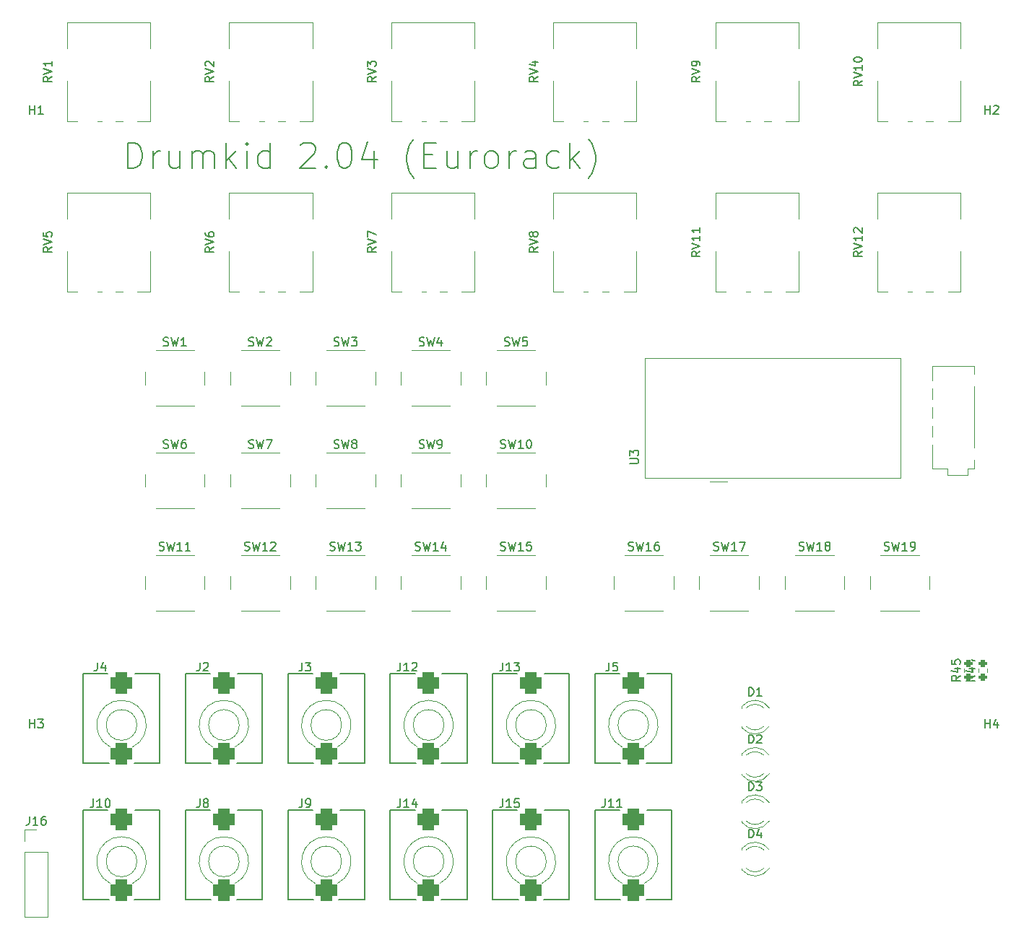
<source format=gbr>
%TF.GenerationSoftware,KiCad,Pcbnew,7.0.2*%
%TF.CreationDate,2025-02-19T16:25:23+00:00*%
%TF.ProjectId,dk2_04_top,646b325f-3034-45f7-946f-702e6b696361,rev?*%
%TF.SameCoordinates,Original*%
%TF.FileFunction,Legend,Top*%
%TF.FilePolarity,Positive*%
%FSLAX46Y46*%
G04 Gerber Fmt 4.6, Leading zero omitted, Abs format (unit mm)*
G04 Created by KiCad (PCBNEW 7.0.2) date 2025-02-19 16:25:23*
%MOMM*%
%LPD*%
G01*
G04 APERTURE LIST*
G04 Aperture macros list*
%AMRoundRect*
0 Rectangle with rounded corners*
0 $1 Rounding radius*
0 $2 $3 $4 $5 $6 $7 $8 $9 X,Y pos of 4 corners*
0 Add a 4 corners polygon primitive as box body*
4,1,4,$2,$3,$4,$5,$6,$7,$8,$9,$2,$3,0*
0 Add four circle primitives for the rounded corners*
1,1,$1+$1,$2,$3*
1,1,$1+$1,$4,$5*
1,1,$1+$1,$6,$7*
1,1,$1+$1,$8,$9*
0 Add four rect primitives between the rounded corners*
20,1,$1+$1,$2,$3,$4,$5,0*
20,1,$1+$1,$4,$5,$6,$7,0*
20,1,$1+$1,$6,$7,$8,$9,0*
20,1,$1+$1,$8,$9,$2,$3,0*%
G04 Aperture macros list end*
%ADD10C,0.150000*%
%ADD11C,0.120000*%
%ADD12C,0.200000*%
%ADD13C,0.080000*%
%ADD14C,0.060000*%
%ADD15R,1.700000X1.700000*%
%ADD16O,1.700000X1.700000*%
%ADD17C,2.000000*%
%ADD18O,2.720000X3.240000*%
%ADD19R,1.800000X1.800000*%
%ADD20C,1.800000*%
%ADD21O,3.100000X2.300000*%
%ADD22RoundRect,0.650000X-0.650000X-0.650000X0.650000X-0.650000X0.650000X0.650000X-0.650000X0.650000X0*%
%ADD23C,3.200000*%
%ADD24R,1.500000X1.500000*%
%ADD25C,1.500000*%
%ADD26C,1.050000*%
%ADD27R,1.350000X1.350000*%
%ADD28RoundRect,0.200000X0.275000X-0.200000X0.275000X0.200000X-0.275000X0.200000X-0.275000X-0.200000X0*%
G04 APERTURE END LIST*
D10*
X84714285Y-58632857D02*
X84714285Y-55632857D01*
X84714285Y-55632857D02*
X85428571Y-55632857D01*
X85428571Y-55632857D02*
X85857142Y-55775714D01*
X85857142Y-55775714D02*
X86142857Y-56061428D01*
X86142857Y-56061428D02*
X86285714Y-56347142D01*
X86285714Y-56347142D02*
X86428571Y-56918571D01*
X86428571Y-56918571D02*
X86428571Y-57347142D01*
X86428571Y-57347142D02*
X86285714Y-57918571D01*
X86285714Y-57918571D02*
X86142857Y-58204285D01*
X86142857Y-58204285D02*
X85857142Y-58490000D01*
X85857142Y-58490000D02*
X85428571Y-58632857D01*
X85428571Y-58632857D02*
X84714285Y-58632857D01*
X87714285Y-58632857D02*
X87714285Y-56632857D01*
X87714285Y-57204285D02*
X87857142Y-56918571D01*
X87857142Y-56918571D02*
X88000000Y-56775714D01*
X88000000Y-56775714D02*
X88285714Y-56632857D01*
X88285714Y-56632857D02*
X88571428Y-56632857D01*
X90857143Y-56632857D02*
X90857143Y-58632857D01*
X89571428Y-56632857D02*
X89571428Y-58204285D01*
X89571428Y-58204285D02*
X89714285Y-58490000D01*
X89714285Y-58490000D02*
X90000000Y-58632857D01*
X90000000Y-58632857D02*
X90428571Y-58632857D01*
X90428571Y-58632857D02*
X90714285Y-58490000D01*
X90714285Y-58490000D02*
X90857143Y-58347142D01*
X92285714Y-58632857D02*
X92285714Y-56632857D01*
X92285714Y-56918571D02*
X92428571Y-56775714D01*
X92428571Y-56775714D02*
X92714286Y-56632857D01*
X92714286Y-56632857D02*
X93142857Y-56632857D01*
X93142857Y-56632857D02*
X93428571Y-56775714D01*
X93428571Y-56775714D02*
X93571429Y-57061428D01*
X93571429Y-57061428D02*
X93571429Y-58632857D01*
X93571429Y-57061428D02*
X93714286Y-56775714D01*
X93714286Y-56775714D02*
X94000000Y-56632857D01*
X94000000Y-56632857D02*
X94428571Y-56632857D01*
X94428571Y-56632857D02*
X94714286Y-56775714D01*
X94714286Y-56775714D02*
X94857143Y-57061428D01*
X94857143Y-57061428D02*
X94857143Y-58632857D01*
X96285714Y-58632857D02*
X96285714Y-55632857D01*
X96571429Y-57490000D02*
X97428571Y-58632857D01*
X97428571Y-56632857D02*
X96285714Y-57775714D01*
X98714285Y-58632857D02*
X98714285Y-56632857D01*
X98714285Y-55632857D02*
X98571428Y-55775714D01*
X98571428Y-55775714D02*
X98714285Y-55918571D01*
X98714285Y-55918571D02*
X98857142Y-55775714D01*
X98857142Y-55775714D02*
X98714285Y-55632857D01*
X98714285Y-55632857D02*
X98714285Y-55918571D01*
X101428571Y-58632857D02*
X101428571Y-55632857D01*
X101428571Y-58490000D02*
X101142856Y-58632857D01*
X101142856Y-58632857D02*
X100571428Y-58632857D01*
X100571428Y-58632857D02*
X100285713Y-58490000D01*
X100285713Y-58490000D02*
X100142856Y-58347142D01*
X100142856Y-58347142D02*
X99999999Y-58061428D01*
X99999999Y-58061428D02*
X99999999Y-57204285D01*
X99999999Y-57204285D02*
X100142856Y-56918571D01*
X100142856Y-56918571D02*
X100285713Y-56775714D01*
X100285713Y-56775714D02*
X100571428Y-56632857D01*
X100571428Y-56632857D02*
X101142856Y-56632857D01*
X101142856Y-56632857D02*
X101428571Y-56775714D01*
X104999999Y-55918571D02*
X105142856Y-55775714D01*
X105142856Y-55775714D02*
X105428571Y-55632857D01*
X105428571Y-55632857D02*
X106142856Y-55632857D01*
X106142856Y-55632857D02*
X106428571Y-55775714D01*
X106428571Y-55775714D02*
X106571428Y-55918571D01*
X106571428Y-55918571D02*
X106714285Y-56204285D01*
X106714285Y-56204285D02*
X106714285Y-56490000D01*
X106714285Y-56490000D02*
X106571428Y-56918571D01*
X106571428Y-56918571D02*
X104857142Y-58632857D01*
X104857142Y-58632857D02*
X106714285Y-58632857D01*
X107999999Y-58347142D02*
X108142856Y-58490000D01*
X108142856Y-58490000D02*
X107999999Y-58632857D01*
X107999999Y-58632857D02*
X107857142Y-58490000D01*
X107857142Y-58490000D02*
X107999999Y-58347142D01*
X107999999Y-58347142D02*
X107999999Y-58632857D01*
X109999999Y-55632857D02*
X110285713Y-55632857D01*
X110285713Y-55632857D02*
X110571427Y-55775714D01*
X110571427Y-55775714D02*
X110714285Y-55918571D01*
X110714285Y-55918571D02*
X110857142Y-56204285D01*
X110857142Y-56204285D02*
X110999999Y-56775714D01*
X110999999Y-56775714D02*
X110999999Y-57490000D01*
X110999999Y-57490000D02*
X110857142Y-58061428D01*
X110857142Y-58061428D02*
X110714285Y-58347142D01*
X110714285Y-58347142D02*
X110571427Y-58490000D01*
X110571427Y-58490000D02*
X110285713Y-58632857D01*
X110285713Y-58632857D02*
X109999999Y-58632857D01*
X109999999Y-58632857D02*
X109714285Y-58490000D01*
X109714285Y-58490000D02*
X109571427Y-58347142D01*
X109571427Y-58347142D02*
X109428570Y-58061428D01*
X109428570Y-58061428D02*
X109285713Y-57490000D01*
X109285713Y-57490000D02*
X109285713Y-56775714D01*
X109285713Y-56775714D02*
X109428570Y-56204285D01*
X109428570Y-56204285D02*
X109571427Y-55918571D01*
X109571427Y-55918571D02*
X109714285Y-55775714D01*
X109714285Y-55775714D02*
X109999999Y-55632857D01*
X113571428Y-56632857D02*
X113571428Y-58632857D01*
X112857142Y-55490000D02*
X112142856Y-57632857D01*
X112142856Y-57632857D02*
X113999999Y-57632857D01*
X118285713Y-59775714D02*
X118142856Y-59632857D01*
X118142856Y-59632857D02*
X117857142Y-59204285D01*
X117857142Y-59204285D02*
X117714285Y-58918571D01*
X117714285Y-58918571D02*
X117571427Y-58490000D01*
X117571427Y-58490000D02*
X117428570Y-57775714D01*
X117428570Y-57775714D02*
X117428570Y-57204285D01*
X117428570Y-57204285D02*
X117571427Y-56490000D01*
X117571427Y-56490000D02*
X117714285Y-56061428D01*
X117714285Y-56061428D02*
X117857142Y-55775714D01*
X117857142Y-55775714D02*
X118142856Y-55347142D01*
X118142856Y-55347142D02*
X118285713Y-55204285D01*
X119428570Y-57061428D02*
X120428570Y-57061428D01*
X120857142Y-58632857D02*
X119428570Y-58632857D01*
X119428570Y-58632857D02*
X119428570Y-55632857D01*
X119428570Y-55632857D02*
X120857142Y-55632857D01*
X123428571Y-56632857D02*
X123428571Y-58632857D01*
X122142856Y-56632857D02*
X122142856Y-58204285D01*
X122142856Y-58204285D02*
X122285713Y-58490000D01*
X122285713Y-58490000D02*
X122571428Y-58632857D01*
X122571428Y-58632857D02*
X122999999Y-58632857D01*
X122999999Y-58632857D02*
X123285713Y-58490000D01*
X123285713Y-58490000D02*
X123428571Y-58347142D01*
X124857142Y-58632857D02*
X124857142Y-56632857D01*
X124857142Y-57204285D02*
X124999999Y-56918571D01*
X124999999Y-56918571D02*
X125142857Y-56775714D01*
X125142857Y-56775714D02*
X125428571Y-56632857D01*
X125428571Y-56632857D02*
X125714285Y-56632857D01*
X127142857Y-58632857D02*
X126857142Y-58490000D01*
X126857142Y-58490000D02*
X126714285Y-58347142D01*
X126714285Y-58347142D02*
X126571428Y-58061428D01*
X126571428Y-58061428D02*
X126571428Y-57204285D01*
X126571428Y-57204285D02*
X126714285Y-56918571D01*
X126714285Y-56918571D02*
X126857142Y-56775714D01*
X126857142Y-56775714D02*
X127142857Y-56632857D01*
X127142857Y-56632857D02*
X127571428Y-56632857D01*
X127571428Y-56632857D02*
X127857142Y-56775714D01*
X127857142Y-56775714D02*
X128000000Y-56918571D01*
X128000000Y-56918571D02*
X128142857Y-57204285D01*
X128142857Y-57204285D02*
X128142857Y-58061428D01*
X128142857Y-58061428D02*
X128000000Y-58347142D01*
X128000000Y-58347142D02*
X127857142Y-58490000D01*
X127857142Y-58490000D02*
X127571428Y-58632857D01*
X127571428Y-58632857D02*
X127142857Y-58632857D01*
X129428571Y-58632857D02*
X129428571Y-56632857D01*
X129428571Y-57204285D02*
X129571428Y-56918571D01*
X129571428Y-56918571D02*
X129714286Y-56775714D01*
X129714286Y-56775714D02*
X130000000Y-56632857D01*
X130000000Y-56632857D02*
X130285714Y-56632857D01*
X132571429Y-58632857D02*
X132571429Y-57061428D01*
X132571429Y-57061428D02*
X132428571Y-56775714D01*
X132428571Y-56775714D02*
X132142857Y-56632857D01*
X132142857Y-56632857D02*
X131571429Y-56632857D01*
X131571429Y-56632857D02*
X131285714Y-56775714D01*
X132571429Y-58490000D02*
X132285714Y-58632857D01*
X132285714Y-58632857D02*
X131571429Y-58632857D01*
X131571429Y-58632857D02*
X131285714Y-58490000D01*
X131285714Y-58490000D02*
X131142857Y-58204285D01*
X131142857Y-58204285D02*
X131142857Y-57918571D01*
X131142857Y-57918571D02*
X131285714Y-57632857D01*
X131285714Y-57632857D02*
X131571429Y-57490000D01*
X131571429Y-57490000D02*
X132285714Y-57490000D01*
X132285714Y-57490000D02*
X132571429Y-57347142D01*
X135285715Y-58490000D02*
X135000000Y-58632857D01*
X135000000Y-58632857D02*
X134428572Y-58632857D01*
X134428572Y-58632857D02*
X134142857Y-58490000D01*
X134142857Y-58490000D02*
X134000000Y-58347142D01*
X134000000Y-58347142D02*
X133857143Y-58061428D01*
X133857143Y-58061428D02*
X133857143Y-57204285D01*
X133857143Y-57204285D02*
X134000000Y-56918571D01*
X134000000Y-56918571D02*
X134142857Y-56775714D01*
X134142857Y-56775714D02*
X134428572Y-56632857D01*
X134428572Y-56632857D02*
X135000000Y-56632857D01*
X135000000Y-56632857D02*
X135285715Y-56775714D01*
X136571429Y-58632857D02*
X136571429Y-55632857D01*
X136857144Y-57490000D02*
X137714286Y-58632857D01*
X137714286Y-56632857D02*
X136571429Y-57775714D01*
X138714286Y-59775714D02*
X138857143Y-59632857D01*
X138857143Y-59632857D02*
X139142857Y-59204285D01*
X139142857Y-59204285D02*
X139285715Y-58918571D01*
X139285715Y-58918571D02*
X139428572Y-58490000D01*
X139428572Y-58490000D02*
X139571429Y-57775714D01*
X139571429Y-57775714D02*
X139571429Y-57204285D01*
X139571429Y-57204285D02*
X139428572Y-56490000D01*
X139428572Y-56490000D02*
X139285715Y-56061428D01*
X139285715Y-56061428D02*
X139142857Y-55775714D01*
X139142857Y-55775714D02*
X138857143Y-55347142D01*
X138857143Y-55347142D02*
X138714286Y-55204285D01*
%TO.C,SW10*%
X128440476Y-91415000D02*
X128583333Y-91462619D01*
X128583333Y-91462619D02*
X128821428Y-91462619D01*
X128821428Y-91462619D02*
X128916666Y-91415000D01*
X128916666Y-91415000D02*
X128964285Y-91367380D01*
X128964285Y-91367380D02*
X129011904Y-91272142D01*
X129011904Y-91272142D02*
X129011904Y-91176904D01*
X129011904Y-91176904D02*
X128964285Y-91081666D01*
X128964285Y-91081666D02*
X128916666Y-91034047D01*
X128916666Y-91034047D02*
X128821428Y-90986428D01*
X128821428Y-90986428D02*
X128630952Y-90938809D01*
X128630952Y-90938809D02*
X128535714Y-90891190D01*
X128535714Y-90891190D02*
X128488095Y-90843571D01*
X128488095Y-90843571D02*
X128440476Y-90748333D01*
X128440476Y-90748333D02*
X128440476Y-90653095D01*
X128440476Y-90653095D02*
X128488095Y-90557857D01*
X128488095Y-90557857D02*
X128535714Y-90510238D01*
X128535714Y-90510238D02*
X128630952Y-90462619D01*
X128630952Y-90462619D02*
X128869047Y-90462619D01*
X128869047Y-90462619D02*
X129011904Y-90510238D01*
X129345238Y-90462619D02*
X129583333Y-91462619D01*
X129583333Y-91462619D02*
X129773809Y-90748333D01*
X129773809Y-90748333D02*
X129964285Y-91462619D01*
X129964285Y-91462619D02*
X130202381Y-90462619D01*
X131107142Y-91462619D02*
X130535714Y-91462619D01*
X130821428Y-91462619D02*
X130821428Y-90462619D01*
X130821428Y-90462619D02*
X130726190Y-90605476D01*
X130726190Y-90605476D02*
X130630952Y-90700714D01*
X130630952Y-90700714D02*
X130535714Y-90748333D01*
X131726190Y-90462619D02*
X131821428Y-90462619D01*
X131821428Y-90462619D02*
X131916666Y-90510238D01*
X131916666Y-90510238D02*
X131964285Y-90557857D01*
X131964285Y-90557857D02*
X132011904Y-90653095D01*
X132011904Y-90653095D02*
X132059523Y-90843571D01*
X132059523Y-90843571D02*
X132059523Y-91081666D01*
X132059523Y-91081666D02*
X132011904Y-91272142D01*
X132011904Y-91272142D02*
X131964285Y-91367380D01*
X131964285Y-91367380D02*
X131916666Y-91415000D01*
X131916666Y-91415000D02*
X131821428Y-91462619D01*
X131821428Y-91462619D02*
X131726190Y-91462619D01*
X131726190Y-91462619D02*
X131630952Y-91415000D01*
X131630952Y-91415000D02*
X131583333Y-91367380D01*
X131583333Y-91367380D02*
X131535714Y-91272142D01*
X131535714Y-91272142D02*
X131488095Y-91081666D01*
X131488095Y-91081666D02*
X131488095Y-90843571D01*
X131488095Y-90843571D02*
X131535714Y-90653095D01*
X131535714Y-90653095D02*
X131583333Y-90557857D01*
X131583333Y-90557857D02*
X131630952Y-90510238D01*
X131630952Y-90510238D02*
X131726190Y-90462619D01*
%TO.C,SW8*%
X108916667Y-91415000D02*
X109059524Y-91462619D01*
X109059524Y-91462619D02*
X109297619Y-91462619D01*
X109297619Y-91462619D02*
X109392857Y-91415000D01*
X109392857Y-91415000D02*
X109440476Y-91367380D01*
X109440476Y-91367380D02*
X109488095Y-91272142D01*
X109488095Y-91272142D02*
X109488095Y-91176904D01*
X109488095Y-91176904D02*
X109440476Y-91081666D01*
X109440476Y-91081666D02*
X109392857Y-91034047D01*
X109392857Y-91034047D02*
X109297619Y-90986428D01*
X109297619Y-90986428D02*
X109107143Y-90938809D01*
X109107143Y-90938809D02*
X109011905Y-90891190D01*
X109011905Y-90891190D02*
X108964286Y-90843571D01*
X108964286Y-90843571D02*
X108916667Y-90748333D01*
X108916667Y-90748333D02*
X108916667Y-90653095D01*
X108916667Y-90653095D02*
X108964286Y-90557857D01*
X108964286Y-90557857D02*
X109011905Y-90510238D01*
X109011905Y-90510238D02*
X109107143Y-90462619D01*
X109107143Y-90462619D02*
X109345238Y-90462619D01*
X109345238Y-90462619D02*
X109488095Y-90510238D01*
X109821429Y-90462619D02*
X110059524Y-91462619D01*
X110059524Y-91462619D02*
X110250000Y-90748333D01*
X110250000Y-90748333D02*
X110440476Y-91462619D01*
X110440476Y-91462619D02*
X110678572Y-90462619D01*
X111202381Y-90891190D02*
X111107143Y-90843571D01*
X111107143Y-90843571D02*
X111059524Y-90795952D01*
X111059524Y-90795952D02*
X111011905Y-90700714D01*
X111011905Y-90700714D02*
X111011905Y-90653095D01*
X111011905Y-90653095D02*
X111059524Y-90557857D01*
X111059524Y-90557857D02*
X111107143Y-90510238D01*
X111107143Y-90510238D02*
X111202381Y-90462619D01*
X111202381Y-90462619D02*
X111392857Y-90462619D01*
X111392857Y-90462619D02*
X111488095Y-90510238D01*
X111488095Y-90510238D02*
X111535714Y-90557857D01*
X111535714Y-90557857D02*
X111583333Y-90653095D01*
X111583333Y-90653095D02*
X111583333Y-90700714D01*
X111583333Y-90700714D02*
X111535714Y-90795952D01*
X111535714Y-90795952D02*
X111488095Y-90843571D01*
X111488095Y-90843571D02*
X111392857Y-90891190D01*
X111392857Y-90891190D02*
X111202381Y-90891190D01*
X111202381Y-90891190D02*
X111107143Y-90938809D01*
X111107143Y-90938809D02*
X111059524Y-90986428D01*
X111059524Y-90986428D02*
X111011905Y-91081666D01*
X111011905Y-91081666D02*
X111011905Y-91272142D01*
X111011905Y-91272142D02*
X111059524Y-91367380D01*
X111059524Y-91367380D02*
X111107143Y-91415000D01*
X111107143Y-91415000D02*
X111202381Y-91462619D01*
X111202381Y-91462619D02*
X111392857Y-91462619D01*
X111392857Y-91462619D02*
X111488095Y-91415000D01*
X111488095Y-91415000D02*
X111535714Y-91367380D01*
X111535714Y-91367380D02*
X111583333Y-91272142D01*
X111583333Y-91272142D02*
X111583333Y-91081666D01*
X111583333Y-91081666D02*
X111535714Y-90986428D01*
X111535714Y-90986428D02*
X111488095Y-90938809D01*
X111488095Y-90938809D02*
X111392857Y-90891190D01*
%TO.C,RV3*%
X113822619Y-47885238D02*
X113346428Y-48218571D01*
X113822619Y-48456666D02*
X112822619Y-48456666D01*
X112822619Y-48456666D02*
X112822619Y-48075714D01*
X112822619Y-48075714D02*
X112870238Y-47980476D01*
X112870238Y-47980476D02*
X112917857Y-47932857D01*
X112917857Y-47932857D02*
X113013095Y-47885238D01*
X113013095Y-47885238D02*
X113155952Y-47885238D01*
X113155952Y-47885238D02*
X113251190Y-47932857D01*
X113251190Y-47932857D02*
X113298809Y-47980476D01*
X113298809Y-47980476D02*
X113346428Y-48075714D01*
X113346428Y-48075714D02*
X113346428Y-48456666D01*
X112822619Y-47599523D02*
X113822619Y-47266190D01*
X113822619Y-47266190D02*
X112822619Y-46932857D01*
X112822619Y-46694761D02*
X112822619Y-46075714D01*
X112822619Y-46075714D02*
X113203571Y-46409047D01*
X113203571Y-46409047D02*
X113203571Y-46266190D01*
X113203571Y-46266190D02*
X113251190Y-46170952D01*
X113251190Y-46170952D02*
X113298809Y-46123333D01*
X113298809Y-46123333D02*
X113394047Y-46075714D01*
X113394047Y-46075714D02*
X113632142Y-46075714D01*
X113632142Y-46075714D02*
X113727380Y-46123333D01*
X113727380Y-46123333D02*
X113775000Y-46170952D01*
X113775000Y-46170952D02*
X113822619Y-46266190D01*
X113822619Y-46266190D02*
X113822619Y-46551904D01*
X113822619Y-46551904D02*
X113775000Y-46647142D01*
X113775000Y-46647142D02*
X113727380Y-46694761D01*
%TO.C,J2*%
X93166666Y-116582619D02*
X93166666Y-117296904D01*
X93166666Y-117296904D02*
X93119047Y-117439761D01*
X93119047Y-117439761D02*
X93023809Y-117535000D01*
X93023809Y-117535000D02*
X92880952Y-117582619D01*
X92880952Y-117582619D02*
X92785714Y-117582619D01*
X93595238Y-116677857D02*
X93642857Y-116630238D01*
X93642857Y-116630238D02*
X93738095Y-116582619D01*
X93738095Y-116582619D02*
X93976190Y-116582619D01*
X93976190Y-116582619D02*
X94071428Y-116630238D01*
X94071428Y-116630238D02*
X94119047Y-116677857D01*
X94119047Y-116677857D02*
X94166666Y-116773095D01*
X94166666Y-116773095D02*
X94166666Y-116868333D01*
X94166666Y-116868333D02*
X94119047Y-117011190D01*
X94119047Y-117011190D02*
X93547619Y-117582619D01*
X93547619Y-117582619D02*
X94166666Y-117582619D01*
%TO.C,J13*%
X128690476Y-116582619D02*
X128690476Y-117296904D01*
X128690476Y-117296904D02*
X128642857Y-117439761D01*
X128642857Y-117439761D02*
X128547619Y-117535000D01*
X128547619Y-117535000D02*
X128404762Y-117582619D01*
X128404762Y-117582619D02*
X128309524Y-117582619D01*
X129690476Y-117582619D02*
X129119048Y-117582619D01*
X129404762Y-117582619D02*
X129404762Y-116582619D01*
X129404762Y-116582619D02*
X129309524Y-116725476D01*
X129309524Y-116725476D02*
X129214286Y-116820714D01*
X129214286Y-116820714D02*
X129119048Y-116868333D01*
X130023810Y-116582619D02*
X130642857Y-116582619D01*
X130642857Y-116582619D02*
X130309524Y-116963571D01*
X130309524Y-116963571D02*
X130452381Y-116963571D01*
X130452381Y-116963571D02*
X130547619Y-117011190D01*
X130547619Y-117011190D02*
X130595238Y-117058809D01*
X130595238Y-117058809D02*
X130642857Y-117154047D01*
X130642857Y-117154047D02*
X130642857Y-117392142D01*
X130642857Y-117392142D02*
X130595238Y-117487380D01*
X130595238Y-117487380D02*
X130547619Y-117535000D01*
X130547619Y-117535000D02*
X130452381Y-117582619D01*
X130452381Y-117582619D02*
X130166667Y-117582619D01*
X130166667Y-117582619D02*
X130071429Y-117535000D01*
X130071429Y-117535000D02*
X130023810Y-117487380D01*
%TO.C,RV8*%
X132822619Y-67885238D02*
X132346428Y-68218571D01*
X132822619Y-68456666D02*
X131822619Y-68456666D01*
X131822619Y-68456666D02*
X131822619Y-68075714D01*
X131822619Y-68075714D02*
X131870238Y-67980476D01*
X131870238Y-67980476D02*
X131917857Y-67932857D01*
X131917857Y-67932857D02*
X132013095Y-67885238D01*
X132013095Y-67885238D02*
X132155952Y-67885238D01*
X132155952Y-67885238D02*
X132251190Y-67932857D01*
X132251190Y-67932857D02*
X132298809Y-67980476D01*
X132298809Y-67980476D02*
X132346428Y-68075714D01*
X132346428Y-68075714D02*
X132346428Y-68456666D01*
X131822619Y-67599523D02*
X132822619Y-67266190D01*
X132822619Y-67266190D02*
X131822619Y-66932857D01*
X132251190Y-66456666D02*
X132203571Y-66551904D01*
X132203571Y-66551904D02*
X132155952Y-66599523D01*
X132155952Y-66599523D02*
X132060714Y-66647142D01*
X132060714Y-66647142D02*
X132013095Y-66647142D01*
X132013095Y-66647142D02*
X131917857Y-66599523D01*
X131917857Y-66599523D02*
X131870238Y-66551904D01*
X131870238Y-66551904D02*
X131822619Y-66456666D01*
X131822619Y-66456666D02*
X131822619Y-66266190D01*
X131822619Y-66266190D02*
X131870238Y-66170952D01*
X131870238Y-66170952D02*
X131917857Y-66123333D01*
X131917857Y-66123333D02*
X132013095Y-66075714D01*
X132013095Y-66075714D02*
X132060714Y-66075714D01*
X132060714Y-66075714D02*
X132155952Y-66123333D01*
X132155952Y-66123333D02*
X132203571Y-66170952D01*
X132203571Y-66170952D02*
X132251190Y-66266190D01*
X132251190Y-66266190D02*
X132251190Y-66456666D01*
X132251190Y-66456666D02*
X132298809Y-66551904D01*
X132298809Y-66551904D02*
X132346428Y-66599523D01*
X132346428Y-66599523D02*
X132441666Y-66647142D01*
X132441666Y-66647142D02*
X132632142Y-66647142D01*
X132632142Y-66647142D02*
X132727380Y-66599523D01*
X132727380Y-66599523D02*
X132775000Y-66551904D01*
X132775000Y-66551904D02*
X132822619Y-66456666D01*
X132822619Y-66456666D02*
X132822619Y-66266190D01*
X132822619Y-66266190D02*
X132775000Y-66170952D01*
X132775000Y-66170952D02*
X132727380Y-66123333D01*
X132727380Y-66123333D02*
X132632142Y-66075714D01*
X132632142Y-66075714D02*
X132441666Y-66075714D01*
X132441666Y-66075714D02*
X132346428Y-66123333D01*
X132346428Y-66123333D02*
X132298809Y-66170952D01*
X132298809Y-66170952D02*
X132251190Y-66266190D01*
%TO.C,J12*%
X116690476Y-116582619D02*
X116690476Y-117296904D01*
X116690476Y-117296904D02*
X116642857Y-117439761D01*
X116642857Y-117439761D02*
X116547619Y-117535000D01*
X116547619Y-117535000D02*
X116404762Y-117582619D01*
X116404762Y-117582619D02*
X116309524Y-117582619D01*
X117690476Y-117582619D02*
X117119048Y-117582619D01*
X117404762Y-117582619D02*
X117404762Y-116582619D01*
X117404762Y-116582619D02*
X117309524Y-116725476D01*
X117309524Y-116725476D02*
X117214286Y-116820714D01*
X117214286Y-116820714D02*
X117119048Y-116868333D01*
X118071429Y-116677857D02*
X118119048Y-116630238D01*
X118119048Y-116630238D02*
X118214286Y-116582619D01*
X118214286Y-116582619D02*
X118452381Y-116582619D01*
X118452381Y-116582619D02*
X118547619Y-116630238D01*
X118547619Y-116630238D02*
X118595238Y-116677857D01*
X118595238Y-116677857D02*
X118642857Y-116773095D01*
X118642857Y-116773095D02*
X118642857Y-116868333D01*
X118642857Y-116868333D02*
X118595238Y-117011190D01*
X118595238Y-117011190D02*
X118023810Y-117582619D01*
X118023810Y-117582619D02*
X118642857Y-117582619D01*
%TO.C,SW19*%
X173440476Y-103415000D02*
X173583333Y-103462619D01*
X173583333Y-103462619D02*
X173821428Y-103462619D01*
X173821428Y-103462619D02*
X173916666Y-103415000D01*
X173916666Y-103415000D02*
X173964285Y-103367380D01*
X173964285Y-103367380D02*
X174011904Y-103272142D01*
X174011904Y-103272142D02*
X174011904Y-103176904D01*
X174011904Y-103176904D02*
X173964285Y-103081666D01*
X173964285Y-103081666D02*
X173916666Y-103034047D01*
X173916666Y-103034047D02*
X173821428Y-102986428D01*
X173821428Y-102986428D02*
X173630952Y-102938809D01*
X173630952Y-102938809D02*
X173535714Y-102891190D01*
X173535714Y-102891190D02*
X173488095Y-102843571D01*
X173488095Y-102843571D02*
X173440476Y-102748333D01*
X173440476Y-102748333D02*
X173440476Y-102653095D01*
X173440476Y-102653095D02*
X173488095Y-102557857D01*
X173488095Y-102557857D02*
X173535714Y-102510238D01*
X173535714Y-102510238D02*
X173630952Y-102462619D01*
X173630952Y-102462619D02*
X173869047Y-102462619D01*
X173869047Y-102462619D02*
X174011904Y-102510238D01*
X174345238Y-102462619D02*
X174583333Y-103462619D01*
X174583333Y-103462619D02*
X174773809Y-102748333D01*
X174773809Y-102748333D02*
X174964285Y-103462619D01*
X174964285Y-103462619D02*
X175202381Y-102462619D01*
X176107142Y-103462619D02*
X175535714Y-103462619D01*
X175821428Y-103462619D02*
X175821428Y-102462619D01*
X175821428Y-102462619D02*
X175726190Y-102605476D01*
X175726190Y-102605476D02*
X175630952Y-102700714D01*
X175630952Y-102700714D02*
X175535714Y-102748333D01*
X176583333Y-103462619D02*
X176773809Y-103462619D01*
X176773809Y-103462619D02*
X176869047Y-103415000D01*
X176869047Y-103415000D02*
X176916666Y-103367380D01*
X176916666Y-103367380D02*
X177011904Y-103224523D01*
X177011904Y-103224523D02*
X177059523Y-103034047D01*
X177059523Y-103034047D02*
X177059523Y-102653095D01*
X177059523Y-102653095D02*
X177011904Y-102557857D01*
X177011904Y-102557857D02*
X176964285Y-102510238D01*
X176964285Y-102510238D02*
X176869047Y-102462619D01*
X176869047Y-102462619D02*
X176678571Y-102462619D01*
X176678571Y-102462619D02*
X176583333Y-102510238D01*
X176583333Y-102510238D02*
X176535714Y-102557857D01*
X176535714Y-102557857D02*
X176488095Y-102653095D01*
X176488095Y-102653095D02*
X176488095Y-102891190D01*
X176488095Y-102891190D02*
X176535714Y-102986428D01*
X176535714Y-102986428D02*
X176583333Y-103034047D01*
X176583333Y-103034047D02*
X176678571Y-103081666D01*
X176678571Y-103081666D02*
X176869047Y-103081666D01*
X176869047Y-103081666D02*
X176964285Y-103034047D01*
X176964285Y-103034047D02*
X177011904Y-102986428D01*
X177011904Y-102986428D02*
X177059523Y-102891190D01*
%TO.C,H1*%
X73238095Y-52262619D02*
X73238095Y-51262619D01*
X73238095Y-51738809D02*
X73809523Y-51738809D01*
X73809523Y-52262619D02*
X73809523Y-51262619D01*
X74809523Y-52262619D02*
X74238095Y-52262619D01*
X74523809Y-52262619D02*
X74523809Y-51262619D01*
X74523809Y-51262619D02*
X74428571Y-51405476D01*
X74428571Y-51405476D02*
X74333333Y-51500714D01*
X74333333Y-51500714D02*
X74238095Y-51548333D01*
%TO.C,J11*%
X140690476Y-132582619D02*
X140690476Y-133296904D01*
X140690476Y-133296904D02*
X140642857Y-133439761D01*
X140642857Y-133439761D02*
X140547619Y-133535000D01*
X140547619Y-133535000D02*
X140404762Y-133582619D01*
X140404762Y-133582619D02*
X140309524Y-133582619D01*
X141690476Y-133582619D02*
X141119048Y-133582619D01*
X141404762Y-133582619D02*
X141404762Y-132582619D01*
X141404762Y-132582619D02*
X141309524Y-132725476D01*
X141309524Y-132725476D02*
X141214286Y-132820714D01*
X141214286Y-132820714D02*
X141119048Y-132868333D01*
X142642857Y-133582619D02*
X142071429Y-133582619D01*
X142357143Y-133582619D02*
X142357143Y-132582619D01*
X142357143Y-132582619D02*
X142261905Y-132725476D01*
X142261905Y-132725476D02*
X142166667Y-132820714D01*
X142166667Y-132820714D02*
X142071429Y-132868333D01*
%TO.C,RV4*%
X132822619Y-47885238D02*
X132346428Y-48218571D01*
X132822619Y-48456666D02*
X131822619Y-48456666D01*
X131822619Y-48456666D02*
X131822619Y-48075714D01*
X131822619Y-48075714D02*
X131870238Y-47980476D01*
X131870238Y-47980476D02*
X131917857Y-47932857D01*
X131917857Y-47932857D02*
X132013095Y-47885238D01*
X132013095Y-47885238D02*
X132155952Y-47885238D01*
X132155952Y-47885238D02*
X132251190Y-47932857D01*
X132251190Y-47932857D02*
X132298809Y-47980476D01*
X132298809Y-47980476D02*
X132346428Y-48075714D01*
X132346428Y-48075714D02*
X132346428Y-48456666D01*
X131822619Y-47599523D02*
X132822619Y-47266190D01*
X132822619Y-47266190D02*
X131822619Y-46932857D01*
X132155952Y-46170952D02*
X132822619Y-46170952D01*
X131775000Y-46409047D02*
X132489285Y-46647142D01*
X132489285Y-46647142D02*
X132489285Y-46028095D01*
%TO.C,SW3*%
X108916667Y-79415000D02*
X109059524Y-79462619D01*
X109059524Y-79462619D02*
X109297619Y-79462619D01*
X109297619Y-79462619D02*
X109392857Y-79415000D01*
X109392857Y-79415000D02*
X109440476Y-79367380D01*
X109440476Y-79367380D02*
X109488095Y-79272142D01*
X109488095Y-79272142D02*
X109488095Y-79176904D01*
X109488095Y-79176904D02*
X109440476Y-79081666D01*
X109440476Y-79081666D02*
X109392857Y-79034047D01*
X109392857Y-79034047D02*
X109297619Y-78986428D01*
X109297619Y-78986428D02*
X109107143Y-78938809D01*
X109107143Y-78938809D02*
X109011905Y-78891190D01*
X109011905Y-78891190D02*
X108964286Y-78843571D01*
X108964286Y-78843571D02*
X108916667Y-78748333D01*
X108916667Y-78748333D02*
X108916667Y-78653095D01*
X108916667Y-78653095D02*
X108964286Y-78557857D01*
X108964286Y-78557857D02*
X109011905Y-78510238D01*
X109011905Y-78510238D02*
X109107143Y-78462619D01*
X109107143Y-78462619D02*
X109345238Y-78462619D01*
X109345238Y-78462619D02*
X109488095Y-78510238D01*
X109821429Y-78462619D02*
X110059524Y-79462619D01*
X110059524Y-79462619D02*
X110250000Y-78748333D01*
X110250000Y-78748333D02*
X110440476Y-79462619D01*
X110440476Y-79462619D02*
X110678572Y-78462619D01*
X110964286Y-78462619D02*
X111583333Y-78462619D01*
X111583333Y-78462619D02*
X111250000Y-78843571D01*
X111250000Y-78843571D02*
X111392857Y-78843571D01*
X111392857Y-78843571D02*
X111488095Y-78891190D01*
X111488095Y-78891190D02*
X111535714Y-78938809D01*
X111535714Y-78938809D02*
X111583333Y-79034047D01*
X111583333Y-79034047D02*
X111583333Y-79272142D01*
X111583333Y-79272142D02*
X111535714Y-79367380D01*
X111535714Y-79367380D02*
X111488095Y-79415000D01*
X111488095Y-79415000D02*
X111392857Y-79462619D01*
X111392857Y-79462619D02*
X111107143Y-79462619D01*
X111107143Y-79462619D02*
X111011905Y-79415000D01*
X111011905Y-79415000D02*
X110964286Y-79367380D01*
%TO.C,RV1*%
X75822619Y-47885238D02*
X75346428Y-48218571D01*
X75822619Y-48456666D02*
X74822619Y-48456666D01*
X74822619Y-48456666D02*
X74822619Y-48075714D01*
X74822619Y-48075714D02*
X74870238Y-47980476D01*
X74870238Y-47980476D02*
X74917857Y-47932857D01*
X74917857Y-47932857D02*
X75013095Y-47885238D01*
X75013095Y-47885238D02*
X75155952Y-47885238D01*
X75155952Y-47885238D02*
X75251190Y-47932857D01*
X75251190Y-47932857D02*
X75298809Y-47980476D01*
X75298809Y-47980476D02*
X75346428Y-48075714D01*
X75346428Y-48075714D02*
X75346428Y-48456666D01*
X74822619Y-47599523D02*
X75822619Y-47266190D01*
X75822619Y-47266190D02*
X74822619Y-46932857D01*
X75822619Y-46075714D02*
X75822619Y-46647142D01*
X75822619Y-46361428D02*
X74822619Y-46361428D01*
X74822619Y-46361428D02*
X74965476Y-46456666D01*
X74965476Y-46456666D02*
X75060714Y-46551904D01*
X75060714Y-46551904D02*
X75108333Y-46647142D01*
%TO.C,RV10*%
X170822619Y-48361428D02*
X170346428Y-48694761D01*
X170822619Y-48932856D02*
X169822619Y-48932856D01*
X169822619Y-48932856D02*
X169822619Y-48551904D01*
X169822619Y-48551904D02*
X169870238Y-48456666D01*
X169870238Y-48456666D02*
X169917857Y-48409047D01*
X169917857Y-48409047D02*
X170013095Y-48361428D01*
X170013095Y-48361428D02*
X170155952Y-48361428D01*
X170155952Y-48361428D02*
X170251190Y-48409047D01*
X170251190Y-48409047D02*
X170298809Y-48456666D01*
X170298809Y-48456666D02*
X170346428Y-48551904D01*
X170346428Y-48551904D02*
X170346428Y-48932856D01*
X169822619Y-48075713D02*
X170822619Y-47742380D01*
X170822619Y-47742380D02*
X169822619Y-47409047D01*
X170822619Y-46551904D02*
X170822619Y-47123332D01*
X170822619Y-46837618D02*
X169822619Y-46837618D01*
X169822619Y-46837618D02*
X169965476Y-46932856D01*
X169965476Y-46932856D02*
X170060714Y-47028094D01*
X170060714Y-47028094D02*
X170108333Y-47123332D01*
X169822619Y-45932856D02*
X169822619Y-45837618D01*
X169822619Y-45837618D02*
X169870238Y-45742380D01*
X169870238Y-45742380D02*
X169917857Y-45694761D01*
X169917857Y-45694761D02*
X170013095Y-45647142D01*
X170013095Y-45647142D02*
X170203571Y-45599523D01*
X170203571Y-45599523D02*
X170441666Y-45599523D01*
X170441666Y-45599523D02*
X170632142Y-45647142D01*
X170632142Y-45647142D02*
X170727380Y-45694761D01*
X170727380Y-45694761D02*
X170775000Y-45742380D01*
X170775000Y-45742380D02*
X170822619Y-45837618D01*
X170822619Y-45837618D02*
X170822619Y-45932856D01*
X170822619Y-45932856D02*
X170775000Y-46028094D01*
X170775000Y-46028094D02*
X170727380Y-46075713D01*
X170727380Y-46075713D02*
X170632142Y-46123332D01*
X170632142Y-46123332D02*
X170441666Y-46170951D01*
X170441666Y-46170951D02*
X170203571Y-46170951D01*
X170203571Y-46170951D02*
X170013095Y-46123332D01*
X170013095Y-46123332D02*
X169917857Y-46075713D01*
X169917857Y-46075713D02*
X169870238Y-46028094D01*
X169870238Y-46028094D02*
X169822619Y-45932856D01*
%TO.C,J4*%
X81166666Y-116582619D02*
X81166666Y-117296904D01*
X81166666Y-117296904D02*
X81119047Y-117439761D01*
X81119047Y-117439761D02*
X81023809Y-117535000D01*
X81023809Y-117535000D02*
X80880952Y-117582619D01*
X80880952Y-117582619D02*
X80785714Y-117582619D01*
X82071428Y-116915952D02*
X82071428Y-117582619D01*
X81833333Y-116535000D02*
X81595238Y-117249285D01*
X81595238Y-117249285D02*
X82214285Y-117249285D01*
%TO.C,SW9*%
X118916667Y-91415000D02*
X119059524Y-91462619D01*
X119059524Y-91462619D02*
X119297619Y-91462619D01*
X119297619Y-91462619D02*
X119392857Y-91415000D01*
X119392857Y-91415000D02*
X119440476Y-91367380D01*
X119440476Y-91367380D02*
X119488095Y-91272142D01*
X119488095Y-91272142D02*
X119488095Y-91176904D01*
X119488095Y-91176904D02*
X119440476Y-91081666D01*
X119440476Y-91081666D02*
X119392857Y-91034047D01*
X119392857Y-91034047D02*
X119297619Y-90986428D01*
X119297619Y-90986428D02*
X119107143Y-90938809D01*
X119107143Y-90938809D02*
X119011905Y-90891190D01*
X119011905Y-90891190D02*
X118964286Y-90843571D01*
X118964286Y-90843571D02*
X118916667Y-90748333D01*
X118916667Y-90748333D02*
X118916667Y-90653095D01*
X118916667Y-90653095D02*
X118964286Y-90557857D01*
X118964286Y-90557857D02*
X119011905Y-90510238D01*
X119011905Y-90510238D02*
X119107143Y-90462619D01*
X119107143Y-90462619D02*
X119345238Y-90462619D01*
X119345238Y-90462619D02*
X119488095Y-90510238D01*
X119821429Y-90462619D02*
X120059524Y-91462619D01*
X120059524Y-91462619D02*
X120250000Y-90748333D01*
X120250000Y-90748333D02*
X120440476Y-91462619D01*
X120440476Y-91462619D02*
X120678572Y-90462619D01*
X121107143Y-91462619D02*
X121297619Y-91462619D01*
X121297619Y-91462619D02*
X121392857Y-91415000D01*
X121392857Y-91415000D02*
X121440476Y-91367380D01*
X121440476Y-91367380D02*
X121535714Y-91224523D01*
X121535714Y-91224523D02*
X121583333Y-91034047D01*
X121583333Y-91034047D02*
X121583333Y-90653095D01*
X121583333Y-90653095D02*
X121535714Y-90557857D01*
X121535714Y-90557857D02*
X121488095Y-90510238D01*
X121488095Y-90510238D02*
X121392857Y-90462619D01*
X121392857Y-90462619D02*
X121202381Y-90462619D01*
X121202381Y-90462619D02*
X121107143Y-90510238D01*
X121107143Y-90510238D02*
X121059524Y-90557857D01*
X121059524Y-90557857D02*
X121011905Y-90653095D01*
X121011905Y-90653095D02*
X121011905Y-90891190D01*
X121011905Y-90891190D02*
X121059524Y-90986428D01*
X121059524Y-90986428D02*
X121107143Y-91034047D01*
X121107143Y-91034047D02*
X121202381Y-91081666D01*
X121202381Y-91081666D02*
X121392857Y-91081666D01*
X121392857Y-91081666D02*
X121488095Y-91034047D01*
X121488095Y-91034047D02*
X121535714Y-90986428D01*
X121535714Y-90986428D02*
X121583333Y-90891190D01*
%TO.C,J14*%
X116690476Y-132582619D02*
X116690476Y-133296904D01*
X116690476Y-133296904D02*
X116642857Y-133439761D01*
X116642857Y-133439761D02*
X116547619Y-133535000D01*
X116547619Y-133535000D02*
X116404762Y-133582619D01*
X116404762Y-133582619D02*
X116309524Y-133582619D01*
X117690476Y-133582619D02*
X117119048Y-133582619D01*
X117404762Y-133582619D02*
X117404762Y-132582619D01*
X117404762Y-132582619D02*
X117309524Y-132725476D01*
X117309524Y-132725476D02*
X117214286Y-132820714D01*
X117214286Y-132820714D02*
X117119048Y-132868333D01*
X118547619Y-132915952D02*
X118547619Y-133582619D01*
X118309524Y-132535000D02*
X118071429Y-133249285D01*
X118071429Y-133249285D02*
X118690476Y-133249285D01*
%TO.C,J15*%
X128690476Y-132582619D02*
X128690476Y-133296904D01*
X128690476Y-133296904D02*
X128642857Y-133439761D01*
X128642857Y-133439761D02*
X128547619Y-133535000D01*
X128547619Y-133535000D02*
X128404762Y-133582619D01*
X128404762Y-133582619D02*
X128309524Y-133582619D01*
X129690476Y-133582619D02*
X129119048Y-133582619D01*
X129404762Y-133582619D02*
X129404762Y-132582619D01*
X129404762Y-132582619D02*
X129309524Y-132725476D01*
X129309524Y-132725476D02*
X129214286Y-132820714D01*
X129214286Y-132820714D02*
X129119048Y-132868333D01*
X130595238Y-132582619D02*
X130119048Y-132582619D01*
X130119048Y-132582619D02*
X130071429Y-133058809D01*
X130071429Y-133058809D02*
X130119048Y-133011190D01*
X130119048Y-133011190D02*
X130214286Y-132963571D01*
X130214286Y-132963571D02*
X130452381Y-132963571D01*
X130452381Y-132963571D02*
X130547619Y-133011190D01*
X130547619Y-133011190D02*
X130595238Y-133058809D01*
X130595238Y-133058809D02*
X130642857Y-133154047D01*
X130642857Y-133154047D02*
X130642857Y-133392142D01*
X130642857Y-133392142D02*
X130595238Y-133487380D01*
X130595238Y-133487380D02*
X130547619Y-133535000D01*
X130547619Y-133535000D02*
X130452381Y-133582619D01*
X130452381Y-133582619D02*
X130214286Y-133582619D01*
X130214286Y-133582619D02*
X130119048Y-133535000D01*
X130119048Y-133535000D02*
X130071429Y-133487380D01*
%TO.C,SW6*%
X88916667Y-91415000D02*
X89059524Y-91462619D01*
X89059524Y-91462619D02*
X89297619Y-91462619D01*
X89297619Y-91462619D02*
X89392857Y-91415000D01*
X89392857Y-91415000D02*
X89440476Y-91367380D01*
X89440476Y-91367380D02*
X89488095Y-91272142D01*
X89488095Y-91272142D02*
X89488095Y-91176904D01*
X89488095Y-91176904D02*
X89440476Y-91081666D01*
X89440476Y-91081666D02*
X89392857Y-91034047D01*
X89392857Y-91034047D02*
X89297619Y-90986428D01*
X89297619Y-90986428D02*
X89107143Y-90938809D01*
X89107143Y-90938809D02*
X89011905Y-90891190D01*
X89011905Y-90891190D02*
X88964286Y-90843571D01*
X88964286Y-90843571D02*
X88916667Y-90748333D01*
X88916667Y-90748333D02*
X88916667Y-90653095D01*
X88916667Y-90653095D02*
X88964286Y-90557857D01*
X88964286Y-90557857D02*
X89011905Y-90510238D01*
X89011905Y-90510238D02*
X89107143Y-90462619D01*
X89107143Y-90462619D02*
X89345238Y-90462619D01*
X89345238Y-90462619D02*
X89488095Y-90510238D01*
X89821429Y-90462619D02*
X90059524Y-91462619D01*
X90059524Y-91462619D02*
X90250000Y-90748333D01*
X90250000Y-90748333D02*
X90440476Y-91462619D01*
X90440476Y-91462619D02*
X90678572Y-90462619D01*
X91488095Y-90462619D02*
X91297619Y-90462619D01*
X91297619Y-90462619D02*
X91202381Y-90510238D01*
X91202381Y-90510238D02*
X91154762Y-90557857D01*
X91154762Y-90557857D02*
X91059524Y-90700714D01*
X91059524Y-90700714D02*
X91011905Y-90891190D01*
X91011905Y-90891190D02*
X91011905Y-91272142D01*
X91011905Y-91272142D02*
X91059524Y-91367380D01*
X91059524Y-91367380D02*
X91107143Y-91415000D01*
X91107143Y-91415000D02*
X91202381Y-91462619D01*
X91202381Y-91462619D02*
X91392857Y-91462619D01*
X91392857Y-91462619D02*
X91488095Y-91415000D01*
X91488095Y-91415000D02*
X91535714Y-91367380D01*
X91535714Y-91367380D02*
X91583333Y-91272142D01*
X91583333Y-91272142D02*
X91583333Y-91034047D01*
X91583333Y-91034047D02*
X91535714Y-90938809D01*
X91535714Y-90938809D02*
X91488095Y-90891190D01*
X91488095Y-90891190D02*
X91392857Y-90843571D01*
X91392857Y-90843571D02*
X91202381Y-90843571D01*
X91202381Y-90843571D02*
X91107143Y-90891190D01*
X91107143Y-90891190D02*
X91059524Y-90938809D01*
X91059524Y-90938809D02*
X91011905Y-91034047D01*
%TO.C,RV7*%
X113822619Y-67885238D02*
X113346428Y-68218571D01*
X113822619Y-68456666D02*
X112822619Y-68456666D01*
X112822619Y-68456666D02*
X112822619Y-68075714D01*
X112822619Y-68075714D02*
X112870238Y-67980476D01*
X112870238Y-67980476D02*
X112917857Y-67932857D01*
X112917857Y-67932857D02*
X113013095Y-67885238D01*
X113013095Y-67885238D02*
X113155952Y-67885238D01*
X113155952Y-67885238D02*
X113251190Y-67932857D01*
X113251190Y-67932857D02*
X113298809Y-67980476D01*
X113298809Y-67980476D02*
X113346428Y-68075714D01*
X113346428Y-68075714D02*
X113346428Y-68456666D01*
X112822619Y-67599523D02*
X113822619Y-67266190D01*
X113822619Y-67266190D02*
X112822619Y-66932857D01*
X112822619Y-66694761D02*
X112822619Y-66028095D01*
X112822619Y-66028095D02*
X113822619Y-66456666D01*
%TO.C,SW17*%
X153440476Y-103415000D02*
X153583333Y-103462619D01*
X153583333Y-103462619D02*
X153821428Y-103462619D01*
X153821428Y-103462619D02*
X153916666Y-103415000D01*
X153916666Y-103415000D02*
X153964285Y-103367380D01*
X153964285Y-103367380D02*
X154011904Y-103272142D01*
X154011904Y-103272142D02*
X154011904Y-103176904D01*
X154011904Y-103176904D02*
X153964285Y-103081666D01*
X153964285Y-103081666D02*
X153916666Y-103034047D01*
X153916666Y-103034047D02*
X153821428Y-102986428D01*
X153821428Y-102986428D02*
X153630952Y-102938809D01*
X153630952Y-102938809D02*
X153535714Y-102891190D01*
X153535714Y-102891190D02*
X153488095Y-102843571D01*
X153488095Y-102843571D02*
X153440476Y-102748333D01*
X153440476Y-102748333D02*
X153440476Y-102653095D01*
X153440476Y-102653095D02*
X153488095Y-102557857D01*
X153488095Y-102557857D02*
X153535714Y-102510238D01*
X153535714Y-102510238D02*
X153630952Y-102462619D01*
X153630952Y-102462619D02*
X153869047Y-102462619D01*
X153869047Y-102462619D02*
X154011904Y-102510238D01*
X154345238Y-102462619D02*
X154583333Y-103462619D01*
X154583333Y-103462619D02*
X154773809Y-102748333D01*
X154773809Y-102748333D02*
X154964285Y-103462619D01*
X154964285Y-103462619D02*
X155202381Y-102462619D01*
X156107142Y-103462619D02*
X155535714Y-103462619D01*
X155821428Y-103462619D02*
X155821428Y-102462619D01*
X155821428Y-102462619D02*
X155726190Y-102605476D01*
X155726190Y-102605476D02*
X155630952Y-102700714D01*
X155630952Y-102700714D02*
X155535714Y-102748333D01*
X156440476Y-102462619D02*
X157107142Y-102462619D01*
X157107142Y-102462619D02*
X156678571Y-103462619D01*
%TO.C,SW1*%
X88916667Y-79415000D02*
X89059524Y-79462619D01*
X89059524Y-79462619D02*
X89297619Y-79462619D01*
X89297619Y-79462619D02*
X89392857Y-79415000D01*
X89392857Y-79415000D02*
X89440476Y-79367380D01*
X89440476Y-79367380D02*
X89488095Y-79272142D01*
X89488095Y-79272142D02*
X89488095Y-79176904D01*
X89488095Y-79176904D02*
X89440476Y-79081666D01*
X89440476Y-79081666D02*
X89392857Y-79034047D01*
X89392857Y-79034047D02*
X89297619Y-78986428D01*
X89297619Y-78986428D02*
X89107143Y-78938809D01*
X89107143Y-78938809D02*
X89011905Y-78891190D01*
X89011905Y-78891190D02*
X88964286Y-78843571D01*
X88964286Y-78843571D02*
X88916667Y-78748333D01*
X88916667Y-78748333D02*
X88916667Y-78653095D01*
X88916667Y-78653095D02*
X88964286Y-78557857D01*
X88964286Y-78557857D02*
X89011905Y-78510238D01*
X89011905Y-78510238D02*
X89107143Y-78462619D01*
X89107143Y-78462619D02*
X89345238Y-78462619D01*
X89345238Y-78462619D02*
X89488095Y-78510238D01*
X89821429Y-78462619D02*
X90059524Y-79462619D01*
X90059524Y-79462619D02*
X90250000Y-78748333D01*
X90250000Y-78748333D02*
X90440476Y-79462619D01*
X90440476Y-79462619D02*
X90678572Y-78462619D01*
X91583333Y-79462619D02*
X91011905Y-79462619D01*
X91297619Y-79462619D02*
X91297619Y-78462619D01*
X91297619Y-78462619D02*
X91202381Y-78605476D01*
X91202381Y-78605476D02*
X91107143Y-78700714D01*
X91107143Y-78700714D02*
X91011905Y-78748333D01*
%TO.C,U3*%
X143612619Y-93261904D02*
X144422142Y-93261904D01*
X144422142Y-93261904D02*
X144517380Y-93214285D01*
X144517380Y-93214285D02*
X144565000Y-93166666D01*
X144565000Y-93166666D02*
X144612619Y-93071428D01*
X144612619Y-93071428D02*
X144612619Y-92880952D01*
X144612619Y-92880952D02*
X144565000Y-92785714D01*
X144565000Y-92785714D02*
X144517380Y-92738095D01*
X144517380Y-92738095D02*
X144422142Y-92690476D01*
X144422142Y-92690476D02*
X143612619Y-92690476D01*
X143612619Y-92309523D02*
X143612619Y-91690476D01*
X143612619Y-91690476D02*
X143993571Y-92023809D01*
X143993571Y-92023809D02*
X143993571Y-91880952D01*
X143993571Y-91880952D02*
X144041190Y-91785714D01*
X144041190Y-91785714D02*
X144088809Y-91738095D01*
X144088809Y-91738095D02*
X144184047Y-91690476D01*
X144184047Y-91690476D02*
X144422142Y-91690476D01*
X144422142Y-91690476D02*
X144517380Y-91738095D01*
X144517380Y-91738095D02*
X144565000Y-91785714D01*
X144565000Y-91785714D02*
X144612619Y-91880952D01*
X144612619Y-91880952D02*
X144612619Y-92166666D01*
X144612619Y-92166666D02*
X144565000Y-92261904D01*
X144565000Y-92261904D02*
X144517380Y-92309523D01*
%TO.C,D3*%
X157531905Y-131602619D02*
X157531905Y-130602619D01*
X157531905Y-130602619D02*
X157770000Y-130602619D01*
X157770000Y-130602619D02*
X157912857Y-130650238D01*
X157912857Y-130650238D02*
X158008095Y-130745476D01*
X158008095Y-130745476D02*
X158055714Y-130840714D01*
X158055714Y-130840714D02*
X158103333Y-131031190D01*
X158103333Y-131031190D02*
X158103333Y-131174047D01*
X158103333Y-131174047D02*
X158055714Y-131364523D01*
X158055714Y-131364523D02*
X158008095Y-131459761D01*
X158008095Y-131459761D02*
X157912857Y-131555000D01*
X157912857Y-131555000D02*
X157770000Y-131602619D01*
X157770000Y-131602619D02*
X157531905Y-131602619D01*
X158436667Y-130602619D02*
X159055714Y-130602619D01*
X159055714Y-130602619D02*
X158722381Y-130983571D01*
X158722381Y-130983571D02*
X158865238Y-130983571D01*
X158865238Y-130983571D02*
X158960476Y-131031190D01*
X158960476Y-131031190D02*
X159008095Y-131078809D01*
X159008095Y-131078809D02*
X159055714Y-131174047D01*
X159055714Y-131174047D02*
X159055714Y-131412142D01*
X159055714Y-131412142D02*
X159008095Y-131507380D01*
X159008095Y-131507380D02*
X158960476Y-131555000D01*
X158960476Y-131555000D02*
X158865238Y-131602619D01*
X158865238Y-131602619D02*
X158579524Y-131602619D01*
X158579524Y-131602619D02*
X158484286Y-131555000D01*
X158484286Y-131555000D02*
X158436667Y-131507380D01*
%TO.C,RV11*%
X151822619Y-68361428D02*
X151346428Y-68694761D01*
X151822619Y-68932856D02*
X150822619Y-68932856D01*
X150822619Y-68932856D02*
X150822619Y-68551904D01*
X150822619Y-68551904D02*
X150870238Y-68456666D01*
X150870238Y-68456666D02*
X150917857Y-68409047D01*
X150917857Y-68409047D02*
X151013095Y-68361428D01*
X151013095Y-68361428D02*
X151155952Y-68361428D01*
X151155952Y-68361428D02*
X151251190Y-68409047D01*
X151251190Y-68409047D02*
X151298809Y-68456666D01*
X151298809Y-68456666D02*
X151346428Y-68551904D01*
X151346428Y-68551904D02*
X151346428Y-68932856D01*
X150822619Y-68075713D02*
X151822619Y-67742380D01*
X151822619Y-67742380D02*
X150822619Y-67409047D01*
X151822619Y-66551904D02*
X151822619Y-67123332D01*
X151822619Y-66837618D02*
X150822619Y-66837618D01*
X150822619Y-66837618D02*
X150965476Y-66932856D01*
X150965476Y-66932856D02*
X151060714Y-67028094D01*
X151060714Y-67028094D02*
X151108333Y-67123332D01*
X151822619Y-65599523D02*
X151822619Y-66170951D01*
X151822619Y-65885237D02*
X150822619Y-65885237D01*
X150822619Y-65885237D02*
X150965476Y-65980475D01*
X150965476Y-65980475D02*
X151060714Y-66075713D01*
X151060714Y-66075713D02*
X151108333Y-66170951D01*
%TO.C,RV9*%
X151822619Y-47885238D02*
X151346428Y-48218571D01*
X151822619Y-48456666D02*
X150822619Y-48456666D01*
X150822619Y-48456666D02*
X150822619Y-48075714D01*
X150822619Y-48075714D02*
X150870238Y-47980476D01*
X150870238Y-47980476D02*
X150917857Y-47932857D01*
X150917857Y-47932857D02*
X151013095Y-47885238D01*
X151013095Y-47885238D02*
X151155952Y-47885238D01*
X151155952Y-47885238D02*
X151251190Y-47932857D01*
X151251190Y-47932857D02*
X151298809Y-47980476D01*
X151298809Y-47980476D02*
X151346428Y-48075714D01*
X151346428Y-48075714D02*
X151346428Y-48456666D01*
X150822619Y-47599523D02*
X151822619Y-47266190D01*
X151822619Y-47266190D02*
X150822619Y-46932857D01*
X151822619Y-46551904D02*
X151822619Y-46361428D01*
X151822619Y-46361428D02*
X151775000Y-46266190D01*
X151775000Y-46266190D02*
X151727380Y-46218571D01*
X151727380Y-46218571D02*
X151584523Y-46123333D01*
X151584523Y-46123333D02*
X151394047Y-46075714D01*
X151394047Y-46075714D02*
X151013095Y-46075714D01*
X151013095Y-46075714D02*
X150917857Y-46123333D01*
X150917857Y-46123333D02*
X150870238Y-46170952D01*
X150870238Y-46170952D02*
X150822619Y-46266190D01*
X150822619Y-46266190D02*
X150822619Y-46456666D01*
X150822619Y-46456666D02*
X150870238Y-46551904D01*
X150870238Y-46551904D02*
X150917857Y-46599523D01*
X150917857Y-46599523D02*
X151013095Y-46647142D01*
X151013095Y-46647142D02*
X151251190Y-46647142D01*
X151251190Y-46647142D02*
X151346428Y-46599523D01*
X151346428Y-46599523D02*
X151394047Y-46551904D01*
X151394047Y-46551904D02*
X151441666Y-46456666D01*
X151441666Y-46456666D02*
X151441666Y-46266190D01*
X151441666Y-46266190D02*
X151394047Y-46170952D01*
X151394047Y-46170952D02*
X151346428Y-46123333D01*
X151346428Y-46123333D02*
X151251190Y-46075714D01*
%TO.C,J8*%
X93166666Y-132582619D02*
X93166666Y-133296904D01*
X93166666Y-133296904D02*
X93119047Y-133439761D01*
X93119047Y-133439761D02*
X93023809Y-133535000D01*
X93023809Y-133535000D02*
X92880952Y-133582619D01*
X92880952Y-133582619D02*
X92785714Y-133582619D01*
X93785714Y-133011190D02*
X93690476Y-132963571D01*
X93690476Y-132963571D02*
X93642857Y-132915952D01*
X93642857Y-132915952D02*
X93595238Y-132820714D01*
X93595238Y-132820714D02*
X93595238Y-132773095D01*
X93595238Y-132773095D02*
X93642857Y-132677857D01*
X93642857Y-132677857D02*
X93690476Y-132630238D01*
X93690476Y-132630238D02*
X93785714Y-132582619D01*
X93785714Y-132582619D02*
X93976190Y-132582619D01*
X93976190Y-132582619D02*
X94071428Y-132630238D01*
X94071428Y-132630238D02*
X94119047Y-132677857D01*
X94119047Y-132677857D02*
X94166666Y-132773095D01*
X94166666Y-132773095D02*
X94166666Y-132820714D01*
X94166666Y-132820714D02*
X94119047Y-132915952D01*
X94119047Y-132915952D02*
X94071428Y-132963571D01*
X94071428Y-132963571D02*
X93976190Y-133011190D01*
X93976190Y-133011190D02*
X93785714Y-133011190D01*
X93785714Y-133011190D02*
X93690476Y-133058809D01*
X93690476Y-133058809D02*
X93642857Y-133106428D01*
X93642857Y-133106428D02*
X93595238Y-133201666D01*
X93595238Y-133201666D02*
X93595238Y-133392142D01*
X93595238Y-133392142D02*
X93642857Y-133487380D01*
X93642857Y-133487380D02*
X93690476Y-133535000D01*
X93690476Y-133535000D02*
X93785714Y-133582619D01*
X93785714Y-133582619D02*
X93976190Y-133582619D01*
X93976190Y-133582619D02*
X94071428Y-133535000D01*
X94071428Y-133535000D02*
X94119047Y-133487380D01*
X94119047Y-133487380D02*
X94166666Y-133392142D01*
X94166666Y-133392142D02*
X94166666Y-133201666D01*
X94166666Y-133201666D02*
X94119047Y-133106428D01*
X94119047Y-133106428D02*
X94071428Y-133058809D01*
X94071428Y-133058809D02*
X93976190Y-133011190D01*
%TO.C,R45*%
X182332619Y-118142857D02*
X181856428Y-118476190D01*
X182332619Y-118714285D02*
X181332619Y-118714285D01*
X181332619Y-118714285D02*
X181332619Y-118333333D01*
X181332619Y-118333333D02*
X181380238Y-118238095D01*
X181380238Y-118238095D02*
X181427857Y-118190476D01*
X181427857Y-118190476D02*
X181523095Y-118142857D01*
X181523095Y-118142857D02*
X181665952Y-118142857D01*
X181665952Y-118142857D02*
X181761190Y-118190476D01*
X181761190Y-118190476D02*
X181808809Y-118238095D01*
X181808809Y-118238095D02*
X181856428Y-118333333D01*
X181856428Y-118333333D02*
X181856428Y-118714285D01*
X181665952Y-117285714D02*
X182332619Y-117285714D01*
X181285000Y-117523809D02*
X181999285Y-117761904D01*
X181999285Y-117761904D02*
X181999285Y-117142857D01*
X181332619Y-116285714D02*
X181332619Y-116761904D01*
X181332619Y-116761904D02*
X181808809Y-116809523D01*
X181808809Y-116809523D02*
X181761190Y-116761904D01*
X181761190Y-116761904D02*
X181713571Y-116666666D01*
X181713571Y-116666666D02*
X181713571Y-116428571D01*
X181713571Y-116428571D02*
X181761190Y-116333333D01*
X181761190Y-116333333D02*
X181808809Y-116285714D01*
X181808809Y-116285714D02*
X181904047Y-116238095D01*
X181904047Y-116238095D02*
X182142142Y-116238095D01*
X182142142Y-116238095D02*
X182237380Y-116285714D01*
X182237380Y-116285714D02*
X182285000Y-116333333D01*
X182285000Y-116333333D02*
X182332619Y-116428571D01*
X182332619Y-116428571D02*
X182332619Y-116666666D01*
X182332619Y-116666666D02*
X182285000Y-116761904D01*
X182285000Y-116761904D02*
X182237380Y-116809523D01*
%TO.C,SW15*%
X128440476Y-103415000D02*
X128583333Y-103462619D01*
X128583333Y-103462619D02*
X128821428Y-103462619D01*
X128821428Y-103462619D02*
X128916666Y-103415000D01*
X128916666Y-103415000D02*
X128964285Y-103367380D01*
X128964285Y-103367380D02*
X129011904Y-103272142D01*
X129011904Y-103272142D02*
X129011904Y-103176904D01*
X129011904Y-103176904D02*
X128964285Y-103081666D01*
X128964285Y-103081666D02*
X128916666Y-103034047D01*
X128916666Y-103034047D02*
X128821428Y-102986428D01*
X128821428Y-102986428D02*
X128630952Y-102938809D01*
X128630952Y-102938809D02*
X128535714Y-102891190D01*
X128535714Y-102891190D02*
X128488095Y-102843571D01*
X128488095Y-102843571D02*
X128440476Y-102748333D01*
X128440476Y-102748333D02*
X128440476Y-102653095D01*
X128440476Y-102653095D02*
X128488095Y-102557857D01*
X128488095Y-102557857D02*
X128535714Y-102510238D01*
X128535714Y-102510238D02*
X128630952Y-102462619D01*
X128630952Y-102462619D02*
X128869047Y-102462619D01*
X128869047Y-102462619D02*
X129011904Y-102510238D01*
X129345238Y-102462619D02*
X129583333Y-103462619D01*
X129583333Y-103462619D02*
X129773809Y-102748333D01*
X129773809Y-102748333D02*
X129964285Y-103462619D01*
X129964285Y-103462619D02*
X130202381Y-102462619D01*
X131107142Y-103462619D02*
X130535714Y-103462619D01*
X130821428Y-103462619D02*
X130821428Y-102462619D01*
X130821428Y-102462619D02*
X130726190Y-102605476D01*
X130726190Y-102605476D02*
X130630952Y-102700714D01*
X130630952Y-102700714D02*
X130535714Y-102748333D01*
X132011904Y-102462619D02*
X131535714Y-102462619D01*
X131535714Y-102462619D02*
X131488095Y-102938809D01*
X131488095Y-102938809D02*
X131535714Y-102891190D01*
X131535714Y-102891190D02*
X131630952Y-102843571D01*
X131630952Y-102843571D02*
X131869047Y-102843571D01*
X131869047Y-102843571D02*
X131964285Y-102891190D01*
X131964285Y-102891190D02*
X132011904Y-102938809D01*
X132011904Y-102938809D02*
X132059523Y-103034047D01*
X132059523Y-103034047D02*
X132059523Y-103272142D01*
X132059523Y-103272142D02*
X132011904Y-103367380D01*
X132011904Y-103367380D02*
X131964285Y-103415000D01*
X131964285Y-103415000D02*
X131869047Y-103462619D01*
X131869047Y-103462619D02*
X131630952Y-103462619D01*
X131630952Y-103462619D02*
X131535714Y-103415000D01*
X131535714Y-103415000D02*
X131488095Y-103367380D01*
%TO.C,SW13*%
X108440476Y-103415000D02*
X108583333Y-103462619D01*
X108583333Y-103462619D02*
X108821428Y-103462619D01*
X108821428Y-103462619D02*
X108916666Y-103415000D01*
X108916666Y-103415000D02*
X108964285Y-103367380D01*
X108964285Y-103367380D02*
X109011904Y-103272142D01*
X109011904Y-103272142D02*
X109011904Y-103176904D01*
X109011904Y-103176904D02*
X108964285Y-103081666D01*
X108964285Y-103081666D02*
X108916666Y-103034047D01*
X108916666Y-103034047D02*
X108821428Y-102986428D01*
X108821428Y-102986428D02*
X108630952Y-102938809D01*
X108630952Y-102938809D02*
X108535714Y-102891190D01*
X108535714Y-102891190D02*
X108488095Y-102843571D01*
X108488095Y-102843571D02*
X108440476Y-102748333D01*
X108440476Y-102748333D02*
X108440476Y-102653095D01*
X108440476Y-102653095D02*
X108488095Y-102557857D01*
X108488095Y-102557857D02*
X108535714Y-102510238D01*
X108535714Y-102510238D02*
X108630952Y-102462619D01*
X108630952Y-102462619D02*
X108869047Y-102462619D01*
X108869047Y-102462619D02*
X109011904Y-102510238D01*
X109345238Y-102462619D02*
X109583333Y-103462619D01*
X109583333Y-103462619D02*
X109773809Y-102748333D01*
X109773809Y-102748333D02*
X109964285Y-103462619D01*
X109964285Y-103462619D02*
X110202381Y-102462619D01*
X111107142Y-103462619D02*
X110535714Y-103462619D01*
X110821428Y-103462619D02*
X110821428Y-102462619D01*
X110821428Y-102462619D02*
X110726190Y-102605476D01*
X110726190Y-102605476D02*
X110630952Y-102700714D01*
X110630952Y-102700714D02*
X110535714Y-102748333D01*
X111440476Y-102462619D02*
X112059523Y-102462619D01*
X112059523Y-102462619D02*
X111726190Y-102843571D01*
X111726190Y-102843571D02*
X111869047Y-102843571D01*
X111869047Y-102843571D02*
X111964285Y-102891190D01*
X111964285Y-102891190D02*
X112011904Y-102938809D01*
X112011904Y-102938809D02*
X112059523Y-103034047D01*
X112059523Y-103034047D02*
X112059523Y-103272142D01*
X112059523Y-103272142D02*
X112011904Y-103367380D01*
X112011904Y-103367380D02*
X111964285Y-103415000D01*
X111964285Y-103415000D02*
X111869047Y-103462619D01*
X111869047Y-103462619D02*
X111583333Y-103462619D01*
X111583333Y-103462619D02*
X111488095Y-103415000D01*
X111488095Y-103415000D02*
X111440476Y-103367380D01*
%TO.C,SW18*%
X163440476Y-103415000D02*
X163583333Y-103462619D01*
X163583333Y-103462619D02*
X163821428Y-103462619D01*
X163821428Y-103462619D02*
X163916666Y-103415000D01*
X163916666Y-103415000D02*
X163964285Y-103367380D01*
X163964285Y-103367380D02*
X164011904Y-103272142D01*
X164011904Y-103272142D02*
X164011904Y-103176904D01*
X164011904Y-103176904D02*
X163964285Y-103081666D01*
X163964285Y-103081666D02*
X163916666Y-103034047D01*
X163916666Y-103034047D02*
X163821428Y-102986428D01*
X163821428Y-102986428D02*
X163630952Y-102938809D01*
X163630952Y-102938809D02*
X163535714Y-102891190D01*
X163535714Y-102891190D02*
X163488095Y-102843571D01*
X163488095Y-102843571D02*
X163440476Y-102748333D01*
X163440476Y-102748333D02*
X163440476Y-102653095D01*
X163440476Y-102653095D02*
X163488095Y-102557857D01*
X163488095Y-102557857D02*
X163535714Y-102510238D01*
X163535714Y-102510238D02*
X163630952Y-102462619D01*
X163630952Y-102462619D02*
X163869047Y-102462619D01*
X163869047Y-102462619D02*
X164011904Y-102510238D01*
X164345238Y-102462619D02*
X164583333Y-103462619D01*
X164583333Y-103462619D02*
X164773809Y-102748333D01*
X164773809Y-102748333D02*
X164964285Y-103462619D01*
X164964285Y-103462619D02*
X165202381Y-102462619D01*
X166107142Y-103462619D02*
X165535714Y-103462619D01*
X165821428Y-103462619D02*
X165821428Y-102462619D01*
X165821428Y-102462619D02*
X165726190Y-102605476D01*
X165726190Y-102605476D02*
X165630952Y-102700714D01*
X165630952Y-102700714D02*
X165535714Y-102748333D01*
X166678571Y-102891190D02*
X166583333Y-102843571D01*
X166583333Y-102843571D02*
X166535714Y-102795952D01*
X166535714Y-102795952D02*
X166488095Y-102700714D01*
X166488095Y-102700714D02*
X166488095Y-102653095D01*
X166488095Y-102653095D02*
X166535714Y-102557857D01*
X166535714Y-102557857D02*
X166583333Y-102510238D01*
X166583333Y-102510238D02*
X166678571Y-102462619D01*
X166678571Y-102462619D02*
X166869047Y-102462619D01*
X166869047Y-102462619D02*
X166964285Y-102510238D01*
X166964285Y-102510238D02*
X167011904Y-102557857D01*
X167011904Y-102557857D02*
X167059523Y-102653095D01*
X167059523Y-102653095D02*
X167059523Y-102700714D01*
X167059523Y-102700714D02*
X167011904Y-102795952D01*
X167011904Y-102795952D02*
X166964285Y-102843571D01*
X166964285Y-102843571D02*
X166869047Y-102891190D01*
X166869047Y-102891190D02*
X166678571Y-102891190D01*
X166678571Y-102891190D02*
X166583333Y-102938809D01*
X166583333Y-102938809D02*
X166535714Y-102986428D01*
X166535714Y-102986428D02*
X166488095Y-103081666D01*
X166488095Y-103081666D02*
X166488095Y-103272142D01*
X166488095Y-103272142D02*
X166535714Y-103367380D01*
X166535714Y-103367380D02*
X166583333Y-103415000D01*
X166583333Y-103415000D02*
X166678571Y-103462619D01*
X166678571Y-103462619D02*
X166869047Y-103462619D01*
X166869047Y-103462619D02*
X166964285Y-103415000D01*
X166964285Y-103415000D02*
X167011904Y-103367380D01*
X167011904Y-103367380D02*
X167059523Y-103272142D01*
X167059523Y-103272142D02*
X167059523Y-103081666D01*
X167059523Y-103081666D02*
X167011904Y-102986428D01*
X167011904Y-102986428D02*
X166964285Y-102938809D01*
X166964285Y-102938809D02*
X166869047Y-102891190D01*
%TO.C,H2*%
X185238095Y-52262619D02*
X185238095Y-51262619D01*
X185238095Y-51738809D02*
X185809523Y-51738809D01*
X185809523Y-52262619D02*
X185809523Y-51262619D01*
X186238095Y-51357857D02*
X186285714Y-51310238D01*
X186285714Y-51310238D02*
X186380952Y-51262619D01*
X186380952Y-51262619D02*
X186619047Y-51262619D01*
X186619047Y-51262619D02*
X186714285Y-51310238D01*
X186714285Y-51310238D02*
X186761904Y-51357857D01*
X186761904Y-51357857D02*
X186809523Y-51453095D01*
X186809523Y-51453095D02*
X186809523Y-51548333D01*
X186809523Y-51548333D02*
X186761904Y-51691190D01*
X186761904Y-51691190D02*
X186190476Y-52262619D01*
X186190476Y-52262619D02*
X186809523Y-52262619D01*
%TO.C,SW11*%
X88440476Y-103415000D02*
X88583333Y-103462619D01*
X88583333Y-103462619D02*
X88821428Y-103462619D01*
X88821428Y-103462619D02*
X88916666Y-103415000D01*
X88916666Y-103415000D02*
X88964285Y-103367380D01*
X88964285Y-103367380D02*
X89011904Y-103272142D01*
X89011904Y-103272142D02*
X89011904Y-103176904D01*
X89011904Y-103176904D02*
X88964285Y-103081666D01*
X88964285Y-103081666D02*
X88916666Y-103034047D01*
X88916666Y-103034047D02*
X88821428Y-102986428D01*
X88821428Y-102986428D02*
X88630952Y-102938809D01*
X88630952Y-102938809D02*
X88535714Y-102891190D01*
X88535714Y-102891190D02*
X88488095Y-102843571D01*
X88488095Y-102843571D02*
X88440476Y-102748333D01*
X88440476Y-102748333D02*
X88440476Y-102653095D01*
X88440476Y-102653095D02*
X88488095Y-102557857D01*
X88488095Y-102557857D02*
X88535714Y-102510238D01*
X88535714Y-102510238D02*
X88630952Y-102462619D01*
X88630952Y-102462619D02*
X88869047Y-102462619D01*
X88869047Y-102462619D02*
X89011904Y-102510238D01*
X89345238Y-102462619D02*
X89583333Y-103462619D01*
X89583333Y-103462619D02*
X89773809Y-102748333D01*
X89773809Y-102748333D02*
X89964285Y-103462619D01*
X89964285Y-103462619D02*
X90202381Y-102462619D01*
X91107142Y-103462619D02*
X90535714Y-103462619D01*
X90821428Y-103462619D02*
X90821428Y-102462619D01*
X90821428Y-102462619D02*
X90726190Y-102605476D01*
X90726190Y-102605476D02*
X90630952Y-102700714D01*
X90630952Y-102700714D02*
X90535714Y-102748333D01*
X92059523Y-103462619D02*
X91488095Y-103462619D01*
X91773809Y-103462619D02*
X91773809Y-102462619D01*
X91773809Y-102462619D02*
X91678571Y-102605476D01*
X91678571Y-102605476D02*
X91583333Y-102700714D01*
X91583333Y-102700714D02*
X91488095Y-102748333D01*
%TO.C,SW2*%
X98916667Y-79415000D02*
X99059524Y-79462619D01*
X99059524Y-79462619D02*
X99297619Y-79462619D01*
X99297619Y-79462619D02*
X99392857Y-79415000D01*
X99392857Y-79415000D02*
X99440476Y-79367380D01*
X99440476Y-79367380D02*
X99488095Y-79272142D01*
X99488095Y-79272142D02*
X99488095Y-79176904D01*
X99488095Y-79176904D02*
X99440476Y-79081666D01*
X99440476Y-79081666D02*
X99392857Y-79034047D01*
X99392857Y-79034047D02*
X99297619Y-78986428D01*
X99297619Y-78986428D02*
X99107143Y-78938809D01*
X99107143Y-78938809D02*
X99011905Y-78891190D01*
X99011905Y-78891190D02*
X98964286Y-78843571D01*
X98964286Y-78843571D02*
X98916667Y-78748333D01*
X98916667Y-78748333D02*
X98916667Y-78653095D01*
X98916667Y-78653095D02*
X98964286Y-78557857D01*
X98964286Y-78557857D02*
X99011905Y-78510238D01*
X99011905Y-78510238D02*
X99107143Y-78462619D01*
X99107143Y-78462619D02*
X99345238Y-78462619D01*
X99345238Y-78462619D02*
X99488095Y-78510238D01*
X99821429Y-78462619D02*
X100059524Y-79462619D01*
X100059524Y-79462619D02*
X100250000Y-78748333D01*
X100250000Y-78748333D02*
X100440476Y-79462619D01*
X100440476Y-79462619D02*
X100678572Y-78462619D01*
X101011905Y-78557857D02*
X101059524Y-78510238D01*
X101059524Y-78510238D02*
X101154762Y-78462619D01*
X101154762Y-78462619D02*
X101392857Y-78462619D01*
X101392857Y-78462619D02*
X101488095Y-78510238D01*
X101488095Y-78510238D02*
X101535714Y-78557857D01*
X101535714Y-78557857D02*
X101583333Y-78653095D01*
X101583333Y-78653095D02*
X101583333Y-78748333D01*
X101583333Y-78748333D02*
X101535714Y-78891190D01*
X101535714Y-78891190D02*
X100964286Y-79462619D01*
X100964286Y-79462619D02*
X101583333Y-79462619D01*
%TO.C,SW7*%
X98916667Y-91415000D02*
X99059524Y-91462619D01*
X99059524Y-91462619D02*
X99297619Y-91462619D01*
X99297619Y-91462619D02*
X99392857Y-91415000D01*
X99392857Y-91415000D02*
X99440476Y-91367380D01*
X99440476Y-91367380D02*
X99488095Y-91272142D01*
X99488095Y-91272142D02*
X99488095Y-91176904D01*
X99488095Y-91176904D02*
X99440476Y-91081666D01*
X99440476Y-91081666D02*
X99392857Y-91034047D01*
X99392857Y-91034047D02*
X99297619Y-90986428D01*
X99297619Y-90986428D02*
X99107143Y-90938809D01*
X99107143Y-90938809D02*
X99011905Y-90891190D01*
X99011905Y-90891190D02*
X98964286Y-90843571D01*
X98964286Y-90843571D02*
X98916667Y-90748333D01*
X98916667Y-90748333D02*
X98916667Y-90653095D01*
X98916667Y-90653095D02*
X98964286Y-90557857D01*
X98964286Y-90557857D02*
X99011905Y-90510238D01*
X99011905Y-90510238D02*
X99107143Y-90462619D01*
X99107143Y-90462619D02*
X99345238Y-90462619D01*
X99345238Y-90462619D02*
X99488095Y-90510238D01*
X99821429Y-90462619D02*
X100059524Y-91462619D01*
X100059524Y-91462619D02*
X100250000Y-90748333D01*
X100250000Y-90748333D02*
X100440476Y-91462619D01*
X100440476Y-91462619D02*
X100678572Y-90462619D01*
X100964286Y-90462619D02*
X101630952Y-90462619D01*
X101630952Y-90462619D02*
X101202381Y-91462619D01*
%TO.C,D2*%
X157531905Y-126052619D02*
X157531905Y-125052619D01*
X157531905Y-125052619D02*
X157770000Y-125052619D01*
X157770000Y-125052619D02*
X157912857Y-125100238D01*
X157912857Y-125100238D02*
X158008095Y-125195476D01*
X158008095Y-125195476D02*
X158055714Y-125290714D01*
X158055714Y-125290714D02*
X158103333Y-125481190D01*
X158103333Y-125481190D02*
X158103333Y-125624047D01*
X158103333Y-125624047D02*
X158055714Y-125814523D01*
X158055714Y-125814523D02*
X158008095Y-125909761D01*
X158008095Y-125909761D02*
X157912857Y-126005000D01*
X157912857Y-126005000D02*
X157770000Y-126052619D01*
X157770000Y-126052619D02*
X157531905Y-126052619D01*
X158484286Y-125147857D02*
X158531905Y-125100238D01*
X158531905Y-125100238D02*
X158627143Y-125052619D01*
X158627143Y-125052619D02*
X158865238Y-125052619D01*
X158865238Y-125052619D02*
X158960476Y-125100238D01*
X158960476Y-125100238D02*
X159008095Y-125147857D01*
X159008095Y-125147857D02*
X159055714Y-125243095D01*
X159055714Y-125243095D02*
X159055714Y-125338333D01*
X159055714Y-125338333D02*
X159008095Y-125481190D01*
X159008095Y-125481190D02*
X158436667Y-126052619D01*
X158436667Y-126052619D02*
X159055714Y-126052619D01*
%TO.C,D1*%
X157531905Y-120502619D02*
X157531905Y-119502619D01*
X157531905Y-119502619D02*
X157770000Y-119502619D01*
X157770000Y-119502619D02*
X157912857Y-119550238D01*
X157912857Y-119550238D02*
X158008095Y-119645476D01*
X158008095Y-119645476D02*
X158055714Y-119740714D01*
X158055714Y-119740714D02*
X158103333Y-119931190D01*
X158103333Y-119931190D02*
X158103333Y-120074047D01*
X158103333Y-120074047D02*
X158055714Y-120264523D01*
X158055714Y-120264523D02*
X158008095Y-120359761D01*
X158008095Y-120359761D02*
X157912857Y-120455000D01*
X157912857Y-120455000D02*
X157770000Y-120502619D01*
X157770000Y-120502619D02*
X157531905Y-120502619D01*
X159055714Y-120502619D02*
X158484286Y-120502619D01*
X158770000Y-120502619D02*
X158770000Y-119502619D01*
X158770000Y-119502619D02*
X158674762Y-119645476D01*
X158674762Y-119645476D02*
X158579524Y-119740714D01*
X158579524Y-119740714D02*
X158484286Y-119788333D01*
%TO.C,J5*%
X141166666Y-116582619D02*
X141166666Y-117296904D01*
X141166666Y-117296904D02*
X141119047Y-117439761D01*
X141119047Y-117439761D02*
X141023809Y-117535000D01*
X141023809Y-117535000D02*
X140880952Y-117582619D01*
X140880952Y-117582619D02*
X140785714Y-117582619D01*
X142119047Y-116582619D02*
X141642857Y-116582619D01*
X141642857Y-116582619D02*
X141595238Y-117058809D01*
X141595238Y-117058809D02*
X141642857Y-117011190D01*
X141642857Y-117011190D02*
X141738095Y-116963571D01*
X141738095Y-116963571D02*
X141976190Y-116963571D01*
X141976190Y-116963571D02*
X142071428Y-117011190D01*
X142071428Y-117011190D02*
X142119047Y-117058809D01*
X142119047Y-117058809D02*
X142166666Y-117154047D01*
X142166666Y-117154047D02*
X142166666Y-117392142D01*
X142166666Y-117392142D02*
X142119047Y-117487380D01*
X142119047Y-117487380D02*
X142071428Y-117535000D01*
X142071428Y-117535000D02*
X141976190Y-117582619D01*
X141976190Y-117582619D02*
X141738095Y-117582619D01*
X141738095Y-117582619D02*
X141642857Y-117535000D01*
X141642857Y-117535000D02*
X141595238Y-117487380D01*
%TO.C,SW12*%
X98440476Y-103415000D02*
X98583333Y-103462619D01*
X98583333Y-103462619D02*
X98821428Y-103462619D01*
X98821428Y-103462619D02*
X98916666Y-103415000D01*
X98916666Y-103415000D02*
X98964285Y-103367380D01*
X98964285Y-103367380D02*
X99011904Y-103272142D01*
X99011904Y-103272142D02*
X99011904Y-103176904D01*
X99011904Y-103176904D02*
X98964285Y-103081666D01*
X98964285Y-103081666D02*
X98916666Y-103034047D01*
X98916666Y-103034047D02*
X98821428Y-102986428D01*
X98821428Y-102986428D02*
X98630952Y-102938809D01*
X98630952Y-102938809D02*
X98535714Y-102891190D01*
X98535714Y-102891190D02*
X98488095Y-102843571D01*
X98488095Y-102843571D02*
X98440476Y-102748333D01*
X98440476Y-102748333D02*
X98440476Y-102653095D01*
X98440476Y-102653095D02*
X98488095Y-102557857D01*
X98488095Y-102557857D02*
X98535714Y-102510238D01*
X98535714Y-102510238D02*
X98630952Y-102462619D01*
X98630952Y-102462619D02*
X98869047Y-102462619D01*
X98869047Y-102462619D02*
X99011904Y-102510238D01*
X99345238Y-102462619D02*
X99583333Y-103462619D01*
X99583333Y-103462619D02*
X99773809Y-102748333D01*
X99773809Y-102748333D02*
X99964285Y-103462619D01*
X99964285Y-103462619D02*
X100202381Y-102462619D01*
X101107142Y-103462619D02*
X100535714Y-103462619D01*
X100821428Y-103462619D02*
X100821428Y-102462619D01*
X100821428Y-102462619D02*
X100726190Y-102605476D01*
X100726190Y-102605476D02*
X100630952Y-102700714D01*
X100630952Y-102700714D02*
X100535714Y-102748333D01*
X101488095Y-102557857D02*
X101535714Y-102510238D01*
X101535714Y-102510238D02*
X101630952Y-102462619D01*
X101630952Y-102462619D02*
X101869047Y-102462619D01*
X101869047Y-102462619D02*
X101964285Y-102510238D01*
X101964285Y-102510238D02*
X102011904Y-102557857D01*
X102011904Y-102557857D02*
X102059523Y-102653095D01*
X102059523Y-102653095D02*
X102059523Y-102748333D01*
X102059523Y-102748333D02*
X102011904Y-102891190D01*
X102011904Y-102891190D02*
X101440476Y-103462619D01*
X101440476Y-103462619D02*
X102059523Y-103462619D01*
%TO.C,H3*%
X73238095Y-124262619D02*
X73238095Y-123262619D01*
X73238095Y-123738809D02*
X73809523Y-123738809D01*
X73809523Y-124262619D02*
X73809523Y-123262619D01*
X74190476Y-123262619D02*
X74809523Y-123262619D01*
X74809523Y-123262619D02*
X74476190Y-123643571D01*
X74476190Y-123643571D02*
X74619047Y-123643571D01*
X74619047Y-123643571D02*
X74714285Y-123691190D01*
X74714285Y-123691190D02*
X74761904Y-123738809D01*
X74761904Y-123738809D02*
X74809523Y-123834047D01*
X74809523Y-123834047D02*
X74809523Y-124072142D01*
X74809523Y-124072142D02*
X74761904Y-124167380D01*
X74761904Y-124167380D02*
X74714285Y-124215000D01*
X74714285Y-124215000D02*
X74619047Y-124262619D01*
X74619047Y-124262619D02*
X74333333Y-124262619D01*
X74333333Y-124262619D02*
X74238095Y-124215000D01*
X74238095Y-124215000D02*
X74190476Y-124167380D01*
%TO.C,R44*%
X184032619Y-118142857D02*
X183556428Y-118476190D01*
X184032619Y-118714285D02*
X183032619Y-118714285D01*
X183032619Y-118714285D02*
X183032619Y-118333333D01*
X183032619Y-118333333D02*
X183080238Y-118238095D01*
X183080238Y-118238095D02*
X183127857Y-118190476D01*
X183127857Y-118190476D02*
X183223095Y-118142857D01*
X183223095Y-118142857D02*
X183365952Y-118142857D01*
X183365952Y-118142857D02*
X183461190Y-118190476D01*
X183461190Y-118190476D02*
X183508809Y-118238095D01*
X183508809Y-118238095D02*
X183556428Y-118333333D01*
X183556428Y-118333333D02*
X183556428Y-118714285D01*
X183365952Y-117285714D02*
X184032619Y-117285714D01*
X182985000Y-117523809D02*
X183699285Y-117761904D01*
X183699285Y-117761904D02*
X183699285Y-117142857D01*
X183365952Y-116333333D02*
X184032619Y-116333333D01*
X182985000Y-116571428D02*
X183699285Y-116809523D01*
X183699285Y-116809523D02*
X183699285Y-116190476D01*
%TO.C,D4*%
X157531905Y-137152619D02*
X157531905Y-136152619D01*
X157531905Y-136152619D02*
X157770000Y-136152619D01*
X157770000Y-136152619D02*
X157912857Y-136200238D01*
X157912857Y-136200238D02*
X158008095Y-136295476D01*
X158008095Y-136295476D02*
X158055714Y-136390714D01*
X158055714Y-136390714D02*
X158103333Y-136581190D01*
X158103333Y-136581190D02*
X158103333Y-136724047D01*
X158103333Y-136724047D02*
X158055714Y-136914523D01*
X158055714Y-136914523D02*
X158008095Y-137009761D01*
X158008095Y-137009761D02*
X157912857Y-137105000D01*
X157912857Y-137105000D02*
X157770000Y-137152619D01*
X157770000Y-137152619D02*
X157531905Y-137152619D01*
X158960476Y-136485952D02*
X158960476Y-137152619D01*
X158722381Y-136105000D02*
X158484286Y-136819285D01*
X158484286Y-136819285D02*
X159103333Y-136819285D01*
%TO.C,SW4*%
X118916667Y-79415000D02*
X119059524Y-79462619D01*
X119059524Y-79462619D02*
X119297619Y-79462619D01*
X119297619Y-79462619D02*
X119392857Y-79415000D01*
X119392857Y-79415000D02*
X119440476Y-79367380D01*
X119440476Y-79367380D02*
X119488095Y-79272142D01*
X119488095Y-79272142D02*
X119488095Y-79176904D01*
X119488095Y-79176904D02*
X119440476Y-79081666D01*
X119440476Y-79081666D02*
X119392857Y-79034047D01*
X119392857Y-79034047D02*
X119297619Y-78986428D01*
X119297619Y-78986428D02*
X119107143Y-78938809D01*
X119107143Y-78938809D02*
X119011905Y-78891190D01*
X119011905Y-78891190D02*
X118964286Y-78843571D01*
X118964286Y-78843571D02*
X118916667Y-78748333D01*
X118916667Y-78748333D02*
X118916667Y-78653095D01*
X118916667Y-78653095D02*
X118964286Y-78557857D01*
X118964286Y-78557857D02*
X119011905Y-78510238D01*
X119011905Y-78510238D02*
X119107143Y-78462619D01*
X119107143Y-78462619D02*
X119345238Y-78462619D01*
X119345238Y-78462619D02*
X119488095Y-78510238D01*
X119821429Y-78462619D02*
X120059524Y-79462619D01*
X120059524Y-79462619D02*
X120250000Y-78748333D01*
X120250000Y-78748333D02*
X120440476Y-79462619D01*
X120440476Y-79462619D02*
X120678572Y-78462619D01*
X121488095Y-78795952D02*
X121488095Y-79462619D01*
X121250000Y-78415000D02*
X121011905Y-79129285D01*
X121011905Y-79129285D02*
X121630952Y-79129285D01*
%TO.C,RV12*%
X170822619Y-68361428D02*
X170346428Y-68694761D01*
X170822619Y-68932856D02*
X169822619Y-68932856D01*
X169822619Y-68932856D02*
X169822619Y-68551904D01*
X169822619Y-68551904D02*
X169870238Y-68456666D01*
X169870238Y-68456666D02*
X169917857Y-68409047D01*
X169917857Y-68409047D02*
X170013095Y-68361428D01*
X170013095Y-68361428D02*
X170155952Y-68361428D01*
X170155952Y-68361428D02*
X170251190Y-68409047D01*
X170251190Y-68409047D02*
X170298809Y-68456666D01*
X170298809Y-68456666D02*
X170346428Y-68551904D01*
X170346428Y-68551904D02*
X170346428Y-68932856D01*
X169822619Y-68075713D02*
X170822619Y-67742380D01*
X170822619Y-67742380D02*
X169822619Y-67409047D01*
X170822619Y-66551904D02*
X170822619Y-67123332D01*
X170822619Y-66837618D02*
X169822619Y-66837618D01*
X169822619Y-66837618D02*
X169965476Y-66932856D01*
X169965476Y-66932856D02*
X170060714Y-67028094D01*
X170060714Y-67028094D02*
X170108333Y-67123332D01*
X169917857Y-66170951D02*
X169870238Y-66123332D01*
X169870238Y-66123332D02*
X169822619Y-66028094D01*
X169822619Y-66028094D02*
X169822619Y-65789999D01*
X169822619Y-65789999D02*
X169870238Y-65694761D01*
X169870238Y-65694761D02*
X169917857Y-65647142D01*
X169917857Y-65647142D02*
X170013095Y-65599523D01*
X170013095Y-65599523D02*
X170108333Y-65599523D01*
X170108333Y-65599523D02*
X170251190Y-65647142D01*
X170251190Y-65647142D02*
X170822619Y-66218570D01*
X170822619Y-66218570D02*
X170822619Y-65599523D01*
%TO.C,H4*%
X185238095Y-124262619D02*
X185238095Y-123262619D01*
X185238095Y-123738809D02*
X185809523Y-123738809D01*
X185809523Y-124262619D02*
X185809523Y-123262619D01*
X186714285Y-123595952D02*
X186714285Y-124262619D01*
X186476190Y-123215000D02*
X186238095Y-123929285D01*
X186238095Y-123929285D02*
X186857142Y-123929285D01*
%TO.C,J9*%
X105166666Y-132582619D02*
X105166666Y-133296904D01*
X105166666Y-133296904D02*
X105119047Y-133439761D01*
X105119047Y-133439761D02*
X105023809Y-133535000D01*
X105023809Y-133535000D02*
X104880952Y-133582619D01*
X104880952Y-133582619D02*
X104785714Y-133582619D01*
X105690476Y-133582619D02*
X105880952Y-133582619D01*
X105880952Y-133582619D02*
X105976190Y-133535000D01*
X105976190Y-133535000D02*
X106023809Y-133487380D01*
X106023809Y-133487380D02*
X106119047Y-133344523D01*
X106119047Y-133344523D02*
X106166666Y-133154047D01*
X106166666Y-133154047D02*
X106166666Y-132773095D01*
X106166666Y-132773095D02*
X106119047Y-132677857D01*
X106119047Y-132677857D02*
X106071428Y-132630238D01*
X106071428Y-132630238D02*
X105976190Y-132582619D01*
X105976190Y-132582619D02*
X105785714Y-132582619D01*
X105785714Y-132582619D02*
X105690476Y-132630238D01*
X105690476Y-132630238D02*
X105642857Y-132677857D01*
X105642857Y-132677857D02*
X105595238Y-132773095D01*
X105595238Y-132773095D02*
X105595238Y-133011190D01*
X105595238Y-133011190D02*
X105642857Y-133106428D01*
X105642857Y-133106428D02*
X105690476Y-133154047D01*
X105690476Y-133154047D02*
X105785714Y-133201666D01*
X105785714Y-133201666D02*
X105976190Y-133201666D01*
X105976190Y-133201666D02*
X106071428Y-133154047D01*
X106071428Y-133154047D02*
X106119047Y-133106428D01*
X106119047Y-133106428D02*
X106166666Y-133011190D01*
%TO.C,RV6*%
X94822619Y-67885238D02*
X94346428Y-68218571D01*
X94822619Y-68456666D02*
X93822619Y-68456666D01*
X93822619Y-68456666D02*
X93822619Y-68075714D01*
X93822619Y-68075714D02*
X93870238Y-67980476D01*
X93870238Y-67980476D02*
X93917857Y-67932857D01*
X93917857Y-67932857D02*
X94013095Y-67885238D01*
X94013095Y-67885238D02*
X94155952Y-67885238D01*
X94155952Y-67885238D02*
X94251190Y-67932857D01*
X94251190Y-67932857D02*
X94298809Y-67980476D01*
X94298809Y-67980476D02*
X94346428Y-68075714D01*
X94346428Y-68075714D02*
X94346428Y-68456666D01*
X93822619Y-67599523D02*
X94822619Y-67266190D01*
X94822619Y-67266190D02*
X93822619Y-66932857D01*
X93822619Y-66170952D02*
X93822619Y-66361428D01*
X93822619Y-66361428D02*
X93870238Y-66456666D01*
X93870238Y-66456666D02*
X93917857Y-66504285D01*
X93917857Y-66504285D02*
X94060714Y-66599523D01*
X94060714Y-66599523D02*
X94251190Y-66647142D01*
X94251190Y-66647142D02*
X94632142Y-66647142D01*
X94632142Y-66647142D02*
X94727380Y-66599523D01*
X94727380Y-66599523D02*
X94775000Y-66551904D01*
X94775000Y-66551904D02*
X94822619Y-66456666D01*
X94822619Y-66456666D02*
X94822619Y-66266190D01*
X94822619Y-66266190D02*
X94775000Y-66170952D01*
X94775000Y-66170952D02*
X94727380Y-66123333D01*
X94727380Y-66123333D02*
X94632142Y-66075714D01*
X94632142Y-66075714D02*
X94394047Y-66075714D01*
X94394047Y-66075714D02*
X94298809Y-66123333D01*
X94298809Y-66123333D02*
X94251190Y-66170952D01*
X94251190Y-66170952D02*
X94203571Y-66266190D01*
X94203571Y-66266190D02*
X94203571Y-66456666D01*
X94203571Y-66456666D02*
X94251190Y-66551904D01*
X94251190Y-66551904D02*
X94298809Y-66599523D01*
X94298809Y-66599523D02*
X94394047Y-66647142D01*
%TO.C,J16*%
X73190476Y-134632619D02*
X73190476Y-135346904D01*
X73190476Y-135346904D02*
X73142857Y-135489761D01*
X73142857Y-135489761D02*
X73047619Y-135585000D01*
X73047619Y-135585000D02*
X72904762Y-135632619D01*
X72904762Y-135632619D02*
X72809524Y-135632619D01*
X74190476Y-135632619D02*
X73619048Y-135632619D01*
X73904762Y-135632619D02*
X73904762Y-134632619D01*
X73904762Y-134632619D02*
X73809524Y-134775476D01*
X73809524Y-134775476D02*
X73714286Y-134870714D01*
X73714286Y-134870714D02*
X73619048Y-134918333D01*
X75047619Y-134632619D02*
X74857143Y-134632619D01*
X74857143Y-134632619D02*
X74761905Y-134680238D01*
X74761905Y-134680238D02*
X74714286Y-134727857D01*
X74714286Y-134727857D02*
X74619048Y-134870714D01*
X74619048Y-134870714D02*
X74571429Y-135061190D01*
X74571429Y-135061190D02*
X74571429Y-135442142D01*
X74571429Y-135442142D02*
X74619048Y-135537380D01*
X74619048Y-135537380D02*
X74666667Y-135585000D01*
X74666667Y-135585000D02*
X74761905Y-135632619D01*
X74761905Y-135632619D02*
X74952381Y-135632619D01*
X74952381Y-135632619D02*
X75047619Y-135585000D01*
X75047619Y-135585000D02*
X75095238Y-135537380D01*
X75095238Y-135537380D02*
X75142857Y-135442142D01*
X75142857Y-135442142D02*
X75142857Y-135204047D01*
X75142857Y-135204047D02*
X75095238Y-135108809D01*
X75095238Y-135108809D02*
X75047619Y-135061190D01*
X75047619Y-135061190D02*
X74952381Y-135013571D01*
X74952381Y-135013571D02*
X74761905Y-135013571D01*
X74761905Y-135013571D02*
X74666667Y-135061190D01*
X74666667Y-135061190D02*
X74619048Y-135108809D01*
X74619048Y-135108809D02*
X74571429Y-135204047D01*
%TO.C,J3*%
X105166666Y-116582619D02*
X105166666Y-117296904D01*
X105166666Y-117296904D02*
X105119047Y-117439761D01*
X105119047Y-117439761D02*
X105023809Y-117535000D01*
X105023809Y-117535000D02*
X104880952Y-117582619D01*
X104880952Y-117582619D02*
X104785714Y-117582619D01*
X105547619Y-116582619D02*
X106166666Y-116582619D01*
X106166666Y-116582619D02*
X105833333Y-116963571D01*
X105833333Y-116963571D02*
X105976190Y-116963571D01*
X105976190Y-116963571D02*
X106071428Y-117011190D01*
X106071428Y-117011190D02*
X106119047Y-117058809D01*
X106119047Y-117058809D02*
X106166666Y-117154047D01*
X106166666Y-117154047D02*
X106166666Y-117392142D01*
X106166666Y-117392142D02*
X106119047Y-117487380D01*
X106119047Y-117487380D02*
X106071428Y-117535000D01*
X106071428Y-117535000D02*
X105976190Y-117582619D01*
X105976190Y-117582619D02*
X105690476Y-117582619D01*
X105690476Y-117582619D02*
X105595238Y-117535000D01*
X105595238Y-117535000D02*
X105547619Y-117487380D01*
%TO.C,RV5*%
X75822619Y-67885238D02*
X75346428Y-68218571D01*
X75822619Y-68456666D02*
X74822619Y-68456666D01*
X74822619Y-68456666D02*
X74822619Y-68075714D01*
X74822619Y-68075714D02*
X74870238Y-67980476D01*
X74870238Y-67980476D02*
X74917857Y-67932857D01*
X74917857Y-67932857D02*
X75013095Y-67885238D01*
X75013095Y-67885238D02*
X75155952Y-67885238D01*
X75155952Y-67885238D02*
X75251190Y-67932857D01*
X75251190Y-67932857D02*
X75298809Y-67980476D01*
X75298809Y-67980476D02*
X75346428Y-68075714D01*
X75346428Y-68075714D02*
X75346428Y-68456666D01*
X74822619Y-67599523D02*
X75822619Y-67266190D01*
X75822619Y-67266190D02*
X74822619Y-66932857D01*
X74822619Y-66123333D02*
X74822619Y-66599523D01*
X74822619Y-66599523D02*
X75298809Y-66647142D01*
X75298809Y-66647142D02*
X75251190Y-66599523D01*
X75251190Y-66599523D02*
X75203571Y-66504285D01*
X75203571Y-66504285D02*
X75203571Y-66266190D01*
X75203571Y-66266190D02*
X75251190Y-66170952D01*
X75251190Y-66170952D02*
X75298809Y-66123333D01*
X75298809Y-66123333D02*
X75394047Y-66075714D01*
X75394047Y-66075714D02*
X75632142Y-66075714D01*
X75632142Y-66075714D02*
X75727380Y-66123333D01*
X75727380Y-66123333D02*
X75775000Y-66170952D01*
X75775000Y-66170952D02*
X75822619Y-66266190D01*
X75822619Y-66266190D02*
X75822619Y-66504285D01*
X75822619Y-66504285D02*
X75775000Y-66599523D01*
X75775000Y-66599523D02*
X75727380Y-66647142D01*
%TO.C,SW5*%
X128916667Y-79415000D02*
X129059524Y-79462619D01*
X129059524Y-79462619D02*
X129297619Y-79462619D01*
X129297619Y-79462619D02*
X129392857Y-79415000D01*
X129392857Y-79415000D02*
X129440476Y-79367380D01*
X129440476Y-79367380D02*
X129488095Y-79272142D01*
X129488095Y-79272142D02*
X129488095Y-79176904D01*
X129488095Y-79176904D02*
X129440476Y-79081666D01*
X129440476Y-79081666D02*
X129392857Y-79034047D01*
X129392857Y-79034047D02*
X129297619Y-78986428D01*
X129297619Y-78986428D02*
X129107143Y-78938809D01*
X129107143Y-78938809D02*
X129011905Y-78891190D01*
X129011905Y-78891190D02*
X128964286Y-78843571D01*
X128964286Y-78843571D02*
X128916667Y-78748333D01*
X128916667Y-78748333D02*
X128916667Y-78653095D01*
X128916667Y-78653095D02*
X128964286Y-78557857D01*
X128964286Y-78557857D02*
X129011905Y-78510238D01*
X129011905Y-78510238D02*
X129107143Y-78462619D01*
X129107143Y-78462619D02*
X129345238Y-78462619D01*
X129345238Y-78462619D02*
X129488095Y-78510238D01*
X129821429Y-78462619D02*
X130059524Y-79462619D01*
X130059524Y-79462619D02*
X130250000Y-78748333D01*
X130250000Y-78748333D02*
X130440476Y-79462619D01*
X130440476Y-79462619D02*
X130678572Y-78462619D01*
X131535714Y-78462619D02*
X131059524Y-78462619D01*
X131059524Y-78462619D02*
X131011905Y-78938809D01*
X131011905Y-78938809D02*
X131059524Y-78891190D01*
X131059524Y-78891190D02*
X131154762Y-78843571D01*
X131154762Y-78843571D02*
X131392857Y-78843571D01*
X131392857Y-78843571D02*
X131488095Y-78891190D01*
X131488095Y-78891190D02*
X131535714Y-78938809D01*
X131535714Y-78938809D02*
X131583333Y-79034047D01*
X131583333Y-79034047D02*
X131583333Y-79272142D01*
X131583333Y-79272142D02*
X131535714Y-79367380D01*
X131535714Y-79367380D02*
X131488095Y-79415000D01*
X131488095Y-79415000D02*
X131392857Y-79462619D01*
X131392857Y-79462619D02*
X131154762Y-79462619D01*
X131154762Y-79462619D02*
X131059524Y-79415000D01*
X131059524Y-79415000D02*
X131011905Y-79367380D01*
%TO.C,RV2*%
X94822619Y-47885238D02*
X94346428Y-48218571D01*
X94822619Y-48456666D02*
X93822619Y-48456666D01*
X93822619Y-48456666D02*
X93822619Y-48075714D01*
X93822619Y-48075714D02*
X93870238Y-47980476D01*
X93870238Y-47980476D02*
X93917857Y-47932857D01*
X93917857Y-47932857D02*
X94013095Y-47885238D01*
X94013095Y-47885238D02*
X94155952Y-47885238D01*
X94155952Y-47885238D02*
X94251190Y-47932857D01*
X94251190Y-47932857D02*
X94298809Y-47980476D01*
X94298809Y-47980476D02*
X94346428Y-48075714D01*
X94346428Y-48075714D02*
X94346428Y-48456666D01*
X93822619Y-47599523D02*
X94822619Y-47266190D01*
X94822619Y-47266190D02*
X93822619Y-46932857D01*
X93917857Y-46647142D02*
X93870238Y-46599523D01*
X93870238Y-46599523D02*
X93822619Y-46504285D01*
X93822619Y-46504285D02*
X93822619Y-46266190D01*
X93822619Y-46266190D02*
X93870238Y-46170952D01*
X93870238Y-46170952D02*
X93917857Y-46123333D01*
X93917857Y-46123333D02*
X94013095Y-46075714D01*
X94013095Y-46075714D02*
X94108333Y-46075714D01*
X94108333Y-46075714D02*
X94251190Y-46123333D01*
X94251190Y-46123333D02*
X94822619Y-46694761D01*
X94822619Y-46694761D02*
X94822619Y-46075714D01*
%TO.C,SW16*%
X143440476Y-103415000D02*
X143583333Y-103462619D01*
X143583333Y-103462619D02*
X143821428Y-103462619D01*
X143821428Y-103462619D02*
X143916666Y-103415000D01*
X143916666Y-103415000D02*
X143964285Y-103367380D01*
X143964285Y-103367380D02*
X144011904Y-103272142D01*
X144011904Y-103272142D02*
X144011904Y-103176904D01*
X144011904Y-103176904D02*
X143964285Y-103081666D01*
X143964285Y-103081666D02*
X143916666Y-103034047D01*
X143916666Y-103034047D02*
X143821428Y-102986428D01*
X143821428Y-102986428D02*
X143630952Y-102938809D01*
X143630952Y-102938809D02*
X143535714Y-102891190D01*
X143535714Y-102891190D02*
X143488095Y-102843571D01*
X143488095Y-102843571D02*
X143440476Y-102748333D01*
X143440476Y-102748333D02*
X143440476Y-102653095D01*
X143440476Y-102653095D02*
X143488095Y-102557857D01*
X143488095Y-102557857D02*
X143535714Y-102510238D01*
X143535714Y-102510238D02*
X143630952Y-102462619D01*
X143630952Y-102462619D02*
X143869047Y-102462619D01*
X143869047Y-102462619D02*
X144011904Y-102510238D01*
X144345238Y-102462619D02*
X144583333Y-103462619D01*
X144583333Y-103462619D02*
X144773809Y-102748333D01*
X144773809Y-102748333D02*
X144964285Y-103462619D01*
X144964285Y-103462619D02*
X145202381Y-102462619D01*
X146107142Y-103462619D02*
X145535714Y-103462619D01*
X145821428Y-103462619D02*
X145821428Y-102462619D01*
X145821428Y-102462619D02*
X145726190Y-102605476D01*
X145726190Y-102605476D02*
X145630952Y-102700714D01*
X145630952Y-102700714D02*
X145535714Y-102748333D01*
X146964285Y-102462619D02*
X146773809Y-102462619D01*
X146773809Y-102462619D02*
X146678571Y-102510238D01*
X146678571Y-102510238D02*
X146630952Y-102557857D01*
X146630952Y-102557857D02*
X146535714Y-102700714D01*
X146535714Y-102700714D02*
X146488095Y-102891190D01*
X146488095Y-102891190D02*
X146488095Y-103272142D01*
X146488095Y-103272142D02*
X146535714Y-103367380D01*
X146535714Y-103367380D02*
X146583333Y-103415000D01*
X146583333Y-103415000D02*
X146678571Y-103462619D01*
X146678571Y-103462619D02*
X146869047Y-103462619D01*
X146869047Y-103462619D02*
X146964285Y-103415000D01*
X146964285Y-103415000D02*
X147011904Y-103367380D01*
X147011904Y-103367380D02*
X147059523Y-103272142D01*
X147059523Y-103272142D02*
X147059523Y-103034047D01*
X147059523Y-103034047D02*
X147011904Y-102938809D01*
X147011904Y-102938809D02*
X146964285Y-102891190D01*
X146964285Y-102891190D02*
X146869047Y-102843571D01*
X146869047Y-102843571D02*
X146678571Y-102843571D01*
X146678571Y-102843571D02*
X146583333Y-102891190D01*
X146583333Y-102891190D02*
X146535714Y-102938809D01*
X146535714Y-102938809D02*
X146488095Y-103034047D01*
%TO.C,J10*%
X80690476Y-132582619D02*
X80690476Y-133296904D01*
X80690476Y-133296904D02*
X80642857Y-133439761D01*
X80642857Y-133439761D02*
X80547619Y-133535000D01*
X80547619Y-133535000D02*
X80404762Y-133582619D01*
X80404762Y-133582619D02*
X80309524Y-133582619D01*
X81690476Y-133582619D02*
X81119048Y-133582619D01*
X81404762Y-133582619D02*
X81404762Y-132582619D01*
X81404762Y-132582619D02*
X81309524Y-132725476D01*
X81309524Y-132725476D02*
X81214286Y-132820714D01*
X81214286Y-132820714D02*
X81119048Y-132868333D01*
X82309524Y-132582619D02*
X82404762Y-132582619D01*
X82404762Y-132582619D02*
X82500000Y-132630238D01*
X82500000Y-132630238D02*
X82547619Y-132677857D01*
X82547619Y-132677857D02*
X82595238Y-132773095D01*
X82595238Y-132773095D02*
X82642857Y-132963571D01*
X82642857Y-132963571D02*
X82642857Y-133201666D01*
X82642857Y-133201666D02*
X82595238Y-133392142D01*
X82595238Y-133392142D02*
X82547619Y-133487380D01*
X82547619Y-133487380D02*
X82500000Y-133535000D01*
X82500000Y-133535000D02*
X82404762Y-133582619D01*
X82404762Y-133582619D02*
X82309524Y-133582619D01*
X82309524Y-133582619D02*
X82214286Y-133535000D01*
X82214286Y-133535000D02*
X82166667Y-133487380D01*
X82166667Y-133487380D02*
X82119048Y-133392142D01*
X82119048Y-133392142D02*
X82071429Y-133201666D01*
X82071429Y-133201666D02*
X82071429Y-132963571D01*
X82071429Y-132963571D02*
X82119048Y-132773095D01*
X82119048Y-132773095D02*
X82166667Y-132677857D01*
X82166667Y-132677857D02*
X82214286Y-132630238D01*
X82214286Y-132630238D02*
X82309524Y-132582619D01*
%TO.C,SW14*%
X118440476Y-103415000D02*
X118583333Y-103462619D01*
X118583333Y-103462619D02*
X118821428Y-103462619D01*
X118821428Y-103462619D02*
X118916666Y-103415000D01*
X118916666Y-103415000D02*
X118964285Y-103367380D01*
X118964285Y-103367380D02*
X119011904Y-103272142D01*
X119011904Y-103272142D02*
X119011904Y-103176904D01*
X119011904Y-103176904D02*
X118964285Y-103081666D01*
X118964285Y-103081666D02*
X118916666Y-103034047D01*
X118916666Y-103034047D02*
X118821428Y-102986428D01*
X118821428Y-102986428D02*
X118630952Y-102938809D01*
X118630952Y-102938809D02*
X118535714Y-102891190D01*
X118535714Y-102891190D02*
X118488095Y-102843571D01*
X118488095Y-102843571D02*
X118440476Y-102748333D01*
X118440476Y-102748333D02*
X118440476Y-102653095D01*
X118440476Y-102653095D02*
X118488095Y-102557857D01*
X118488095Y-102557857D02*
X118535714Y-102510238D01*
X118535714Y-102510238D02*
X118630952Y-102462619D01*
X118630952Y-102462619D02*
X118869047Y-102462619D01*
X118869047Y-102462619D02*
X119011904Y-102510238D01*
X119345238Y-102462619D02*
X119583333Y-103462619D01*
X119583333Y-103462619D02*
X119773809Y-102748333D01*
X119773809Y-102748333D02*
X119964285Y-103462619D01*
X119964285Y-103462619D02*
X120202381Y-102462619D01*
X121107142Y-103462619D02*
X120535714Y-103462619D01*
X120821428Y-103462619D02*
X120821428Y-102462619D01*
X120821428Y-102462619D02*
X120726190Y-102605476D01*
X120726190Y-102605476D02*
X120630952Y-102700714D01*
X120630952Y-102700714D02*
X120535714Y-102748333D01*
X121964285Y-102795952D02*
X121964285Y-103462619D01*
X121726190Y-102415000D02*
X121488095Y-103129285D01*
X121488095Y-103129285D02*
X122107142Y-103129285D01*
D11*
%TO.C,SW10*%
X126750000Y-94500000D02*
X126750000Y-96000000D01*
X128000000Y-98500000D02*
X132500000Y-98500000D01*
X132500000Y-92000000D02*
X128000000Y-92000000D01*
X133750000Y-96000000D02*
X133750000Y-94500000D01*
%TO.C,SW8*%
X106750000Y-94500000D02*
X106750000Y-96000000D01*
X108000000Y-98500000D02*
X112500000Y-98500000D01*
X112500000Y-92000000D02*
X108000000Y-92000000D01*
X113750000Y-96000000D02*
X113750000Y-94500000D01*
%TO.C,RV3*%
X115620000Y-53120000D02*
X115620000Y-48400000D01*
X116810000Y-53120000D02*
X115630000Y-53120000D01*
X119710000Y-53120000D02*
X119180000Y-53120000D01*
X122160000Y-53120000D02*
X121330000Y-53120000D01*
X125370000Y-53120000D02*
X123880000Y-53120000D01*
X125370000Y-53120000D02*
X125370000Y-48400000D01*
X115630000Y-44590000D02*
X115630000Y-41530000D01*
X125370000Y-44590000D02*
X125370000Y-41530000D01*
X125370000Y-41530000D02*
X115630000Y-41530000D01*
D12*
%TO.C,J2*%
X91500000Y-117920000D02*
X94400000Y-117920000D01*
X91500000Y-128420000D02*
X91500000Y-117920000D01*
X91500000Y-128420000D02*
X94500000Y-128420000D01*
X97500000Y-128420000D02*
X100500000Y-128420000D01*
X97600000Y-117920000D02*
X100500000Y-117920000D01*
X100500000Y-128420000D02*
X100500000Y-117920000D01*
D11*
X96000000Y-121025000D02*
G75*
G03*
X94703737Y-126508576I0J-2895000D01*
G01*
X97296263Y-126508576D02*
G75*
G03*
X96000000Y-121025000I-1296263J2588576D01*
G01*
X97800000Y-123920000D02*
G75*
G03*
X97800000Y-123920000I-1800000J0D01*
G01*
D12*
%TO.C,J13*%
X127500000Y-117920000D02*
X130400000Y-117920000D01*
X127500000Y-128420000D02*
X127500000Y-117920000D01*
X127500000Y-128420000D02*
X130500000Y-128420000D01*
X133500000Y-128420000D02*
X136500000Y-128420000D01*
X133600000Y-117920000D02*
X136500000Y-117920000D01*
X136500000Y-128420000D02*
X136500000Y-117920000D01*
D11*
X132000000Y-121025000D02*
G75*
G03*
X130703737Y-126508576I0J-2895000D01*
G01*
X133296263Y-126508576D02*
G75*
G03*
X132000000Y-121025000I-1296263J2588576D01*
G01*
X133800000Y-123920000D02*
G75*
G03*
X133800000Y-123920000I-1800000J0D01*
G01*
%TO.C,RV8*%
X134620000Y-73120000D02*
X134620000Y-68400000D01*
X135810000Y-73120000D02*
X134630000Y-73120000D01*
X138710000Y-73120000D02*
X138180000Y-73120000D01*
X141160000Y-73120000D02*
X140330000Y-73120000D01*
X144370000Y-73120000D02*
X142880000Y-73120000D01*
X144370000Y-73120000D02*
X144370000Y-68400000D01*
X134630000Y-64590000D02*
X134630000Y-61530000D01*
X144370000Y-64590000D02*
X144370000Y-61530000D01*
X144370000Y-61530000D02*
X134630000Y-61530000D01*
D12*
%TO.C,J12*%
X115500000Y-117920000D02*
X118400000Y-117920000D01*
X115500000Y-128420000D02*
X115500000Y-117920000D01*
X115500000Y-128420000D02*
X118500000Y-128420000D01*
X121500000Y-128420000D02*
X124500000Y-128420000D01*
X121600000Y-117920000D02*
X124500000Y-117920000D01*
X124500000Y-128420000D02*
X124500000Y-117920000D01*
D11*
X120000000Y-121025000D02*
G75*
G03*
X118703737Y-126508576I0J-2895000D01*
G01*
X121296263Y-126508576D02*
G75*
G03*
X120000000Y-121025000I-1296263J2588576D01*
G01*
X121800000Y-123920000D02*
G75*
G03*
X121800000Y-123920000I-1800000J0D01*
G01*
%TO.C,SW19*%
X171750000Y-106500000D02*
X171750000Y-108000000D01*
X173000000Y-110500000D02*
X177500000Y-110500000D01*
X177500000Y-104000000D02*
X173000000Y-104000000D01*
X178750000Y-108000000D02*
X178750000Y-106500000D01*
D12*
%TO.C,J11*%
X139500000Y-133920000D02*
X142400000Y-133920000D01*
X139500000Y-144420000D02*
X139500000Y-133920000D01*
X139500000Y-144420000D02*
X142500000Y-144420000D01*
X145500000Y-144420000D02*
X148500000Y-144420000D01*
X145600000Y-133920000D02*
X148500000Y-133920000D01*
X148500000Y-144420000D02*
X148500000Y-133920000D01*
D11*
X144000000Y-137025000D02*
G75*
G03*
X142703737Y-142508576I0J-2895000D01*
G01*
X145296263Y-142508576D02*
G75*
G03*
X144000000Y-137025000I-1296263J2588576D01*
G01*
X145800000Y-139920000D02*
G75*
G03*
X145800000Y-139920000I-1800000J0D01*
G01*
%TO.C,RV4*%
X134620000Y-53120000D02*
X134620000Y-48400000D01*
X135810000Y-53120000D02*
X134630000Y-53120000D01*
X138710000Y-53120000D02*
X138180000Y-53120000D01*
X141160000Y-53120000D02*
X140330000Y-53120000D01*
X144370000Y-53120000D02*
X142880000Y-53120000D01*
X144370000Y-53120000D02*
X144370000Y-48400000D01*
X134630000Y-44590000D02*
X134630000Y-41530000D01*
X144370000Y-44590000D02*
X144370000Y-41530000D01*
X144370000Y-41530000D02*
X134630000Y-41530000D01*
%TO.C,SW3*%
X106750000Y-82500000D02*
X106750000Y-84000000D01*
X108000000Y-86500000D02*
X112500000Y-86500000D01*
X112500000Y-80000000D02*
X108000000Y-80000000D01*
X113750000Y-84000000D02*
X113750000Y-82500000D01*
%TO.C,RV1*%
X77620000Y-53120000D02*
X77620000Y-48400000D01*
X78810000Y-53120000D02*
X77630000Y-53120000D01*
X81710000Y-53120000D02*
X81180000Y-53120000D01*
X84160000Y-53120000D02*
X83330000Y-53120000D01*
X87370000Y-53120000D02*
X85880000Y-53120000D01*
X87370000Y-53120000D02*
X87370000Y-48400000D01*
X77630000Y-44590000D02*
X77630000Y-41530000D01*
X87370000Y-44590000D02*
X87370000Y-41530000D01*
X87370000Y-41530000D02*
X77630000Y-41530000D01*
%TO.C,RV10*%
X172620000Y-53120000D02*
X172620000Y-48400000D01*
X173810000Y-53120000D02*
X172630000Y-53120000D01*
X176710000Y-53120000D02*
X176180000Y-53120000D01*
X179160000Y-53120000D02*
X178330000Y-53120000D01*
X182370000Y-53120000D02*
X180880000Y-53120000D01*
X182370000Y-53120000D02*
X182370000Y-48400000D01*
X172630000Y-44590000D02*
X172630000Y-41530000D01*
X182370000Y-44590000D02*
X182370000Y-41530000D01*
X182370000Y-41530000D02*
X172630000Y-41530000D01*
D12*
%TO.C,J4*%
X79500000Y-117920000D02*
X82400000Y-117920000D01*
X79500000Y-128420000D02*
X79500000Y-117920000D01*
X79500000Y-128420000D02*
X82500000Y-128420000D01*
X85500000Y-128420000D02*
X88500000Y-128420000D01*
X85600000Y-117920000D02*
X88500000Y-117920000D01*
X88500000Y-128420000D02*
X88500000Y-117920000D01*
D11*
X84000000Y-121025000D02*
G75*
G03*
X82703737Y-126508576I0J-2895000D01*
G01*
X85296263Y-126508576D02*
G75*
G03*
X84000000Y-121025000I-1296263J2588576D01*
G01*
X85800000Y-123920000D02*
G75*
G03*
X85800000Y-123920000I-1800000J0D01*
G01*
%TO.C,SW9*%
X116750000Y-94500000D02*
X116750000Y-96000000D01*
X118000000Y-98500000D02*
X122500000Y-98500000D01*
X122500000Y-92000000D02*
X118000000Y-92000000D01*
X123750000Y-96000000D02*
X123750000Y-94500000D01*
D12*
%TO.C,J14*%
X115500000Y-133920000D02*
X118400000Y-133920000D01*
X115500000Y-144420000D02*
X115500000Y-133920000D01*
X115500000Y-144420000D02*
X118500000Y-144420000D01*
X121500000Y-144420000D02*
X124500000Y-144420000D01*
X121600000Y-133920000D02*
X124500000Y-133920000D01*
X124500000Y-144420000D02*
X124500000Y-133920000D01*
D11*
X120000000Y-137025000D02*
G75*
G03*
X118703737Y-142508576I0J-2895000D01*
G01*
X121296263Y-142508576D02*
G75*
G03*
X120000000Y-137025000I-1296263J2588576D01*
G01*
X121800000Y-139920000D02*
G75*
G03*
X121800000Y-139920000I-1800000J0D01*
G01*
D12*
%TO.C,J15*%
X127500000Y-133920000D02*
X130400000Y-133920000D01*
X127500000Y-144420000D02*
X127500000Y-133920000D01*
X127500000Y-144420000D02*
X130500000Y-144420000D01*
X133500000Y-144420000D02*
X136500000Y-144420000D01*
X133600000Y-133920000D02*
X136500000Y-133920000D01*
X136500000Y-144420000D02*
X136500000Y-133920000D01*
D11*
X132000000Y-137025000D02*
G75*
G03*
X130703737Y-142508576I0J-2895000D01*
G01*
X133296263Y-142508576D02*
G75*
G03*
X132000000Y-137025000I-1296263J2588576D01*
G01*
X133800000Y-139920000D02*
G75*
G03*
X133800000Y-139920000I-1800000J0D01*
G01*
%TO.C,SW6*%
X86750000Y-94500000D02*
X86750000Y-96000000D01*
X88000000Y-98500000D02*
X92500000Y-98500000D01*
X92500000Y-92000000D02*
X88000000Y-92000000D01*
X93750000Y-96000000D02*
X93750000Y-94500000D01*
%TO.C,RV7*%
X115620000Y-73120000D02*
X115620000Y-68400000D01*
X116810000Y-73120000D02*
X115630000Y-73120000D01*
X119710000Y-73120000D02*
X119180000Y-73120000D01*
X122160000Y-73120000D02*
X121330000Y-73120000D01*
X125370000Y-73120000D02*
X123880000Y-73120000D01*
X125370000Y-73120000D02*
X125370000Y-68400000D01*
X115630000Y-64590000D02*
X115630000Y-61530000D01*
X125370000Y-64590000D02*
X125370000Y-61530000D01*
X125370000Y-61530000D02*
X115630000Y-61530000D01*
%TO.C,SW17*%
X151750000Y-106500000D02*
X151750000Y-108000000D01*
X153000000Y-110500000D02*
X157500000Y-110500000D01*
X157500000Y-104000000D02*
X153000000Y-104000000D01*
X158750000Y-108000000D02*
X158750000Y-106500000D01*
%TO.C,SW1*%
X86750000Y-82500000D02*
X86750000Y-84000000D01*
X88000000Y-86500000D02*
X92500000Y-86500000D01*
X92500000Y-80000000D02*
X88000000Y-80000000D01*
X93750000Y-84000000D02*
X93750000Y-82500000D01*
%TO.C,U3*%
X153000000Y-95380000D02*
X155000000Y-95380000D01*
X145350000Y-94920000D02*
X175350000Y-94920000D01*
X175350000Y-94920000D02*
X175350000Y-80920000D01*
X175350000Y-80920000D02*
X145350000Y-80920000D01*
X145350000Y-80920000D02*
X145350000Y-94920000D01*
D13*
%TO.C,J6*%
X180870000Y-94650000D02*
X180870000Y-93850000D01*
X183170000Y-94650000D02*
X180870000Y-94650000D01*
D14*
X179070000Y-93850000D02*
X179070000Y-81850000D01*
X180870000Y-93850000D02*
X179070000Y-93850000D01*
D13*
X183170000Y-93850000D02*
X183170000Y-94650000D01*
D14*
X183170000Y-93850000D02*
X183970000Y-93850000D01*
X183970000Y-93850000D02*
X183970000Y-81850000D01*
X179070000Y-81850000D02*
X180870000Y-81850000D01*
D13*
X180870000Y-81850000D02*
X183170000Y-81850000D01*
D14*
X183970000Y-81850000D02*
X183170000Y-81850000D01*
D11*
%TO.C,D3*%
X156710000Y-132864000D02*
X156710000Y-133020000D01*
X156710000Y-135180000D02*
X156710000Y-135336000D01*
X159942334Y-133021392D02*
G75*
G03*
X156710001Y-132864485I-1672334J-1078608D01*
G01*
X159311129Y-133020164D02*
G75*
G03*
X157229040Y-133020001I-1041129J-1079836D01*
G01*
X157229040Y-135179999D02*
G75*
G03*
X159311129Y-135179836I1040960J1079999D01*
G01*
X156710001Y-135335515D02*
G75*
G03*
X159942334Y-135178608I1559999J1235515D01*
G01*
%TO.C,RV11*%
X153620000Y-73120000D02*
X153620000Y-68400000D01*
X154810000Y-73120000D02*
X153630000Y-73120000D01*
X157710000Y-73120000D02*
X157180000Y-73120000D01*
X160160000Y-73120000D02*
X159330000Y-73120000D01*
X163370000Y-73120000D02*
X161880000Y-73120000D01*
X163370000Y-73120000D02*
X163370000Y-68400000D01*
X153630000Y-64590000D02*
X153630000Y-61530000D01*
X163370000Y-64590000D02*
X163370000Y-61530000D01*
X163370000Y-61530000D02*
X153630000Y-61530000D01*
%TO.C,RV9*%
X153620000Y-53120000D02*
X153620000Y-48400000D01*
X154810000Y-53120000D02*
X153630000Y-53120000D01*
X157710000Y-53120000D02*
X157180000Y-53120000D01*
X160160000Y-53120000D02*
X159330000Y-53120000D01*
X163370000Y-53120000D02*
X161880000Y-53120000D01*
X163370000Y-53120000D02*
X163370000Y-48400000D01*
X153630000Y-44590000D02*
X153630000Y-41530000D01*
X163370000Y-44590000D02*
X163370000Y-41530000D01*
X163370000Y-41530000D02*
X153630000Y-41530000D01*
D12*
%TO.C,J8*%
X91500000Y-133920000D02*
X94400000Y-133920000D01*
X91500000Y-144420000D02*
X91500000Y-133920000D01*
X91500000Y-144420000D02*
X94500000Y-144420000D01*
X97500000Y-144420000D02*
X100500000Y-144420000D01*
X97600000Y-133920000D02*
X100500000Y-133920000D01*
X100500000Y-144420000D02*
X100500000Y-133920000D01*
D11*
X96000000Y-137025000D02*
G75*
G03*
X94703737Y-142508576I0J-2895000D01*
G01*
X97296263Y-142508576D02*
G75*
G03*
X96000000Y-137025000I-1296263J2588576D01*
G01*
X97800000Y-139920000D02*
G75*
G03*
X97800000Y-139920000I-1800000J0D01*
G01*
%TO.C,R45*%
X182777500Y-117737258D02*
X182777500Y-117262742D01*
X183822500Y-117737258D02*
X183822500Y-117262742D01*
%TO.C,SW15*%
X126750000Y-106500000D02*
X126750000Y-108000000D01*
X128000000Y-110500000D02*
X132500000Y-110500000D01*
X132500000Y-104000000D02*
X128000000Y-104000000D01*
X133750000Y-108000000D02*
X133750000Y-106500000D01*
%TO.C,SW13*%
X106750000Y-106500000D02*
X106750000Y-108000000D01*
X108000000Y-110500000D02*
X112500000Y-110500000D01*
X112500000Y-104000000D02*
X108000000Y-104000000D01*
X113750000Y-108000000D02*
X113750000Y-106500000D01*
%TO.C,SW18*%
X161750000Y-106500000D02*
X161750000Y-108000000D01*
X163000000Y-110500000D02*
X167500000Y-110500000D01*
X167500000Y-104000000D02*
X163000000Y-104000000D01*
X168750000Y-108000000D02*
X168750000Y-106500000D01*
%TO.C,SW11*%
X86750000Y-106500000D02*
X86750000Y-108000000D01*
X88000000Y-110500000D02*
X92500000Y-110500000D01*
X92500000Y-104000000D02*
X88000000Y-104000000D01*
X93750000Y-108000000D02*
X93750000Y-106500000D01*
%TO.C,SW2*%
X96750000Y-82500000D02*
X96750000Y-84000000D01*
X98000000Y-86500000D02*
X102500000Y-86500000D01*
X102500000Y-80000000D02*
X98000000Y-80000000D01*
X103750000Y-84000000D02*
X103750000Y-82500000D01*
%TO.C,SW7*%
X96750000Y-94500000D02*
X96750000Y-96000000D01*
X98000000Y-98500000D02*
X102500000Y-98500000D01*
X102500000Y-92000000D02*
X98000000Y-92000000D01*
X103750000Y-96000000D02*
X103750000Y-94500000D01*
%TO.C,D2*%
X156710000Y-127314000D02*
X156710000Y-127470000D01*
X156710000Y-129630000D02*
X156710000Y-129786000D01*
X159942334Y-127471392D02*
G75*
G03*
X156710001Y-127314485I-1672334J-1078608D01*
G01*
X159311129Y-127470164D02*
G75*
G03*
X157229040Y-127470001I-1041129J-1079836D01*
G01*
X157229040Y-129629999D02*
G75*
G03*
X159311129Y-129629836I1040960J1079999D01*
G01*
X156710001Y-129785515D02*
G75*
G03*
X159942334Y-129628608I1559999J1235515D01*
G01*
%TO.C,D1*%
X156710000Y-121764000D02*
X156710000Y-121920000D01*
X156710000Y-124080000D02*
X156710000Y-124236000D01*
X159942334Y-121921392D02*
G75*
G03*
X156710001Y-121764485I-1672334J-1078608D01*
G01*
X159311129Y-121920164D02*
G75*
G03*
X157229040Y-121920001I-1041129J-1079836D01*
G01*
X157229040Y-124079999D02*
G75*
G03*
X159311129Y-124079836I1040960J1079999D01*
G01*
X156710001Y-124235515D02*
G75*
G03*
X159942334Y-124078608I1559999J1235515D01*
G01*
D12*
%TO.C,J5*%
X139500000Y-117920000D02*
X142400000Y-117920000D01*
X139500000Y-128420000D02*
X139500000Y-117920000D01*
X139500000Y-128420000D02*
X142500000Y-128420000D01*
X145500000Y-128420000D02*
X148500000Y-128420000D01*
X145600000Y-117920000D02*
X148500000Y-117920000D01*
X148500000Y-128420000D02*
X148500000Y-117920000D01*
D11*
X144000000Y-121025000D02*
G75*
G03*
X142703737Y-126508576I0J-2895000D01*
G01*
X145296263Y-126508576D02*
G75*
G03*
X144000000Y-121025000I-1296263J2588576D01*
G01*
X145800000Y-123920000D02*
G75*
G03*
X145800000Y-123920000I-1800000J0D01*
G01*
%TO.C,SW12*%
X96750000Y-106500000D02*
X96750000Y-108000000D01*
X98000000Y-110500000D02*
X102500000Y-110500000D01*
X102500000Y-104000000D02*
X98000000Y-104000000D01*
X103750000Y-108000000D02*
X103750000Y-106500000D01*
%TO.C,R44*%
X184477500Y-117737258D02*
X184477500Y-117262742D01*
X185522500Y-117737258D02*
X185522500Y-117262742D01*
%TO.C,D4*%
X156710000Y-138414000D02*
X156710000Y-138570000D01*
X156710000Y-140730000D02*
X156710000Y-140886000D01*
X159942334Y-138571392D02*
G75*
G03*
X156710001Y-138414485I-1672334J-1078608D01*
G01*
X159311129Y-138570164D02*
G75*
G03*
X157229040Y-138570001I-1041129J-1079836D01*
G01*
X157229040Y-140729999D02*
G75*
G03*
X159311129Y-140729836I1040960J1079999D01*
G01*
X156710001Y-140885515D02*
G75*
G03*
X159942334Y-140728608I1559999J1235515D01*
G01*
%TO.C,SW4*%
X116750000Y-82500000D02*
X116750000Y-84000000D01*
X118000000Y-86500000D02*
X122500000Y-86500000D01*
X122500000Y-80000000D02*
X118000000Y-80000000D01*
X123750000Y-84000000D02*
X123750000Y-82500000D01*
%TO.C,RV12*%
X172620000Y-73120000D02*
X172620000Y-68400000D01*
X173810000Y-73120000D02*
X172630000Y-73120000D01*
X176710000Y-73120000D02*
X176180000Y-73120000D01*
X179160000Y-73120000D02*
X178330000Y-73120000D01*
X182370000Y-73120000D02*
X180880000Y-73120000D01*
X182370000Y-73120000D02*
X182370000Y-68400000D01*
X172630000Y-64590000D02*
X172630000Y-61530000D01*
X182370000Y-64590000D02*
X182370000Y-61530000D01*
X182370000Y-61530000D02*
X172630000Y-61530000D01*
D12*
%TO.C,J9*%
X103500000Y-133920000D02*
X106400000Y-133920000D01*
X103500000Y-144420000D02*
X103500000Y-133920000D01*
X103500000Y-144420000D02*
X106500000Y-144420000D01*
X109500000Y-144420000D02*
X112500000Y-144420000D01*
X109600000Y-133920000D02*
X112500000Y-133920000D01*
X112500000Y-144420000D02*
X112500000Y-133920000D01*
D11*
X108000000Y-137025000D02*
G75*
G03*
X106703737Y-142508576I0J-2895000D01*
G01*
X109296263Y-142508576D02*
G75*
G03*
X108000000Y-137025000I-1296263J2588576D01*
G01*
X109800000Y-139920000D02*
G75*
G03*
X109800000Y-139920000I-1800000J0D01*
G01*
%TO.C,RV6*%
X96620000Y-73120000D02*
X96620000Y-68400000D01*
X97810000Y-73120000D02*
X96630000Y-73120000D01*
X100710000Y-73120000D02*
X100180000Y-73120000D01*
X103160000Y-73120000D02*
X102330000Y-73120000D01*
X106370000Y-73120000D02*
X104880000Y-73120000D01*
X106370000Y-73120000D02*
X106370000Y-68400000D01*
X96630000Y-64590000D02*
X96630000Y-61530000D01*
X106370000Y-64590000D02*
X106370000Y-61530000D01*
X106370000Y-61530000D02*
X96630000Y-61530000D01*
%TO.C,J16*%
X72670000Y-136170000D02*
X74000000Y-136170000D01*
X72670000Y-137500000D02*
X72670000Y-136170000D01*
X72670000Y-138770000D02*
X72670000Y-146450000D01*
X72670000Y-138770000D02*
X75330000Y-138770000D01*
X72670000Y-146450000D02*
X75330000Y-146450000D01*
X75330000Y-138770000D02*
X75330000Y-146450000D01*
D12*
%TO.C,J3*%
X103500000Y-117920000D02*
X106400000Y-117920000D01*
X103500000Y-128420000D02*
X103500000Y-117920000D01*
X103500000Y-128420000D02*
X106500000Y-128420000D01*
X109500000Y-128420000D02*
X112500000Y-128420000D01*
X109600000Y-117920000D02*
X112500000Y-117920000D01*
X112500000Y-128420000D02*
X112500000Y-117920000D01*
D11*
X108000000Y-121025000D02*
G75*
G03*
X106703737Y-126508576I0J-2895000D01*
G01*
X109296263Y-126508576D02*
G75*
G03*
X108000000Y-121025000I-1296263J2588576D01*
G01*
X109800000Y-123920000D02*
G75*
G03*
X109800000Y-123920000I-1800000J0D01*
G01*
%TO.C,RV5*%
X77620000Y-73120000D02*
X77620000Y-68400000D01*
X78810000Y-73120000D02*
X77630000Y-73120000D01*
X81710000Y-73120000D02*
X81180000Y-73120000D01*
X84160000Y-73120000D02*
X83330000Y-73120000D01*
X87370000Y-73120000D02*
X85880000Y-73120000D01*
X87370000Y-73120000D02*
X87370000Y-68400000D01*
X77630000Y-64590000D02*
X77630000Y-61530000D01*
X87370000Y-64590000D02*
X87370000Y-61530000D01*
X87370000Y-61530000D02*
X77630000Y-61530000D01*
%TO.C,SW5*%
X126750000Y-82500000D02*
X126750000Y-84000000D01*
X128000000Y-86500000D02*
X132500000Y-86500000D01*
X132500000Y-80000000D02*
X128000000Y-80000000D01*
X133750000Y-84000000D02*
X133750000Y-82500000D01*
%TO.C,RV2*%
X96620000Y-53120000D02*
X96620000Y-48400000D01*
X97810000Y-53120000D02*
X96630000Y-53120000D01*
X100710000Y-53120000D02*
X100180000Y-53120000D01*
X103160000Y-53120000D02*
X102330000Y-53120000D01*
X106370000Y-53120000D02*
X104880000Y-53120000D01*
X106370000Y-53120000D02*
X106370000Y-48400000D01*
X96630000Y-44590000D02*
X96630000Y-41530000D01*
X106370000Y-44590000D02*
X106370000Y-41530000D01*
X106370000Y-41530000D02*
X96630000Y-41530000D01*
%TO.C,SW16*%
X141750000Y-106500000D02*
X141750000Y-108000000D01*
X143000000Y-110500000D02*
X147500000Y-110500000D01*
X147500000Y-104000000D02*
X143000000Y-104000000D01*
X148750000Y-108000000D02*
X148750000Y-106500000D01*
D12*
%TO.C,J10*%
X79500000Y-133920000D02*
X82400000Y-133920000D01*
X79500000Y-144420000D02*
X79500000Y-133920000D01*
X79500000Y-144420000D02*
X82500000Y-144420000D01*
X85500000Y-144420000D02*
X88500000Y-144420000D01*
X85600000Y-133920000D02*
X88500000Y-133920000D01*
X88500000Y-144420000D02*
X88500000Y-133920000D01*
D11*
X84000000Y-137025000D02*
G75*
G03*
X82703737Y-142508576I0J-2895000D01*
G01*
X85296263Y-142508576D02*
G75*
G03*
X84000000Y-137025000I-1296263J2588576D01*
G01*
X85800000Y-139920000D02*
G75*
G03*
X85800000Y-139920000I-1800000J0D01*
G01*
%TO.C,SW14*%
X116750000Y-106500000D02*
X116750000Y-108000000D01*
X118000000Y-110500000D02*
X122500000Y-110500000D01*
X122500000Y-104000000D02*
X118000000Y-104000000D01*
X123750000Y-108000000D02*
X123750000Y-106500000D01*
%TD*%
%LPC*%
D15*
%TO.C,J7*%
X186000000Y-78000000D03*
D16*
X186000000Y-80540000D03*
X186000000Y-83080000D03*
X186000000Y-85620000D03*
X186000000Y-88160000D03*
X186000000Y-90700000D03*
X186000000Y-93240000D03*
X186000000Y-95780000D03*
X186000000Y-98320000D03*
X186000000Y-100860000D03*
X186000000Y-103400000D03*
X186000000Y-105940000D03*
%TD*%
D15*
%TO.C,J1*%
X74000000Y-70500000D03*
D16*
X74000000Y-73040000D03*
X74000000Y-75580000D03*
X74000000Y-78120000D03*
X74000000Y-80660000D03*
X74000000Y-83200000D03*
X74000000Y-85740000D03*
X74000000Y-88280000D03*
X74000000Y-90820000D03*
X74000000Y-93360000D03*
X74000000Y-95900000D03*
X74000000Y-98440000D03*
X74000000Y-100980000D03*
X74000000Y-103520000D03*
X74000000Y-106060000D03*
X74000000Y-108600000D03*
%TD*%
D17*
%TO.C,SW10*%
X127000000Y-93000000D03*
X133500000Y-93000000D03*
X127000000Y-97500000D03*
X133500000Y-97500000D03*
%TD*%
%TO.C,SW8*%
X107000000Y-93000000D03*
X113500000Y-93000000D03*
X107000000Y-97500000D03*
X113500000Y-97500000D03*
%TD*%
D18*
%TO.C,RV3*%
X115700000Y-46500000D03*
X125300000Y-46500000D03*
D19*
X118000000Y-54000000D03*
D20*
X120500000Y-54000000D03*
X123000000Y-54000000D03*
%TD*%
D21*
%TO.C,J2*%
X96000000Y-130400000D03*
D22*
X96000000Y-119000000D03*
X96000000Y-127300000D03*
%TD*%
D21*
%TO.C,J13*%
X132000000Y-130400000D03*
D22*
X132000000Y-119000000D03*
X132000000Y-127300000D03*
%TD*%
D18*
%TO.C,RV8*%
X134700000Y-66500000D03*
X144300000Y-66500000D03*
D19*
X137000000Y-74000000D03*
D20*
X139500000Y-74000000D03*
X142000000Y-74000000D03*
%TD*%
D21*
%TO.C,J12*%
X120000000Y-130400000D03*
D22*
X120000000Y-119000000D03*
X120000000Y-127300000D03*
%TD*%
D17*
%TO.C,SW19*%
X172000000Y-105000000D03*
X178500000Y-105000000D03*
X172000000Y-109500000D03*
X178500000Y-109500000D03*
%TD*%
D23*
%TO.C,H1*%
X74000000Y-56000000D03*
%TD*%
D21*
%TO.C,J11*%
X144000000Y-146400000D03*
D22*
X144000000Y-135000000D03*
X144000000Y-143300000D03*
%TD*%
D18*
%TO.C,RV4*%
X134700000Y-46500000D03*
X144300000Y-46500000D03*
D19*
X137000000Y-54000000D03*
D20*
X139500000Y-54000000D03*
X142000000Y-54000000D03*
%TD*%
D17*
%TO.C,SW3*%
X107000000Y-81000000D03*
X113500000Y-81000000D03*
X107000000Y-85500000D03*
X113500000Y-85500000D03*
%TD*%
D18*
%TO.C,RV1*%
X77700000Y-46500000D03*
X87300000Y-46500000D03*
D19*
X80000000Y-54000000D03*
D20*
X82500000Y-54000000D03*
X85000000Y-54000000D03*
%TD*%
D18*
%TO.C,RV10*%
X172700000Y-46500000D03*
X182300000Y-46500000D03*
D19*
X175000000Y-54000000D03*
D20*
X177500000Y-54000000D03*
X180000000Y-54000000D03*
%TD*%
D21*
%TO.C,J4*%
X84000000Y-130400000D03*
D22*
X84000000Y-119000000D03*
X84000000Y-127300000D03*
%TD*%
D17*
%TO.C,SW9*%
X117000000Y-93000000D03*
X123500000Y-93000000D03*
X117000000Y-97500000D03*
X123500000Y-97500000D03*
%TD*%
D21*
%TO.C,J14*%
X120000000Y-146400000D03*
D22*
X120000000Y-135000000D03*
X120000000Y-143300000D03*
%TD*%
D21*
%TO.C,J15*%
X132000000Y-146400000D03*
D22*
X132000000Y-135000000D03*
X132000000Y-143300000D03*
%TD*%
D17*
%TO.C,SW6*%
X87000000Y-93000000D03*
X93500000Y-93000000D03*
X87000000Y-97500000D03*
X93500000Y-97500000D03*
%TD*%
D18*
%TO.C,RV7*%
X115700000Y-66500000D03*
X125300000Y-66500000D03*
D19*
X118000000Y-74000000D03*
D20*
X120500000Y-74000000D03*
X123000000Y-74000000D03*
%TD*%
D17*
%TO.C,SW17*%
X152000000Y-105000000D03*
X158500000Y-105000000D03*
X152000000Y-109500000D03*
X158500000Y-109500000D03*
%TD*%
%TO.C,SW1*%
X87000000Y-81000000D03*
X93500000Y-81000000D03*
X87000000Y-85500000D03*
X93500000Y-85500000D03*
%TD*%
D24*
%TO.C,U3*%
X154000000Y-93000000D03*
D25*
X156540000Y-93000000D03*
X159080000Y-93000000D03*
X161620000Y-93000000D03*
X164160000Y-93000000D03*
X166700000Y-93000000D03*
X166700000Y-82840000D03*
X164160000Y-82840000D03*
X161620000Y-82840000D03*
X159080000Y-82840000D03*
X156540000Y-82840000D03*
X154000000Y-82840000D03*
%TD*%
D26*
%TO.C,J6*%
X180400000Y-91700000D03*
X179300000Y-90600000D03*
X180400000Y-89500000D03*
X179300000Y-88400000D03*
X180400000Y-87300000D03*
X179300000Y-86200000D03*
X180400000Y-85100000D03*
X179300000Y-84000000D03*
D27*
X183570000Y-92150000D03*
X183570000Y-83550000D03*
%TD*%
D19*
%TO.C,D3*%
X157000000Y-134100000D03*
D20*
X159540000Y-134100000D03*
%TD*%
D18*
%TO.C,RV11*%
X153700000Y-66500000D03*
X163300000Y-66500000D03*
D19*
X156000000Y-74000000D03*
D20*
X158500000Y-74000000D03*
X161000000Y-74000000D03*
%TD*%
D18*
%TO.C,RV9*%
X153700000Y-46500000D03*
X163300000Y-46500000D03*
D19*
X156000000Y-54000000D03*
D20*
X158500000Y-54000000D03*
X161000000Y-54000000D03*
%TD*%
D21*
%TO.C,J8*%
X96000000Y-146400000D03*
D22*
X96000000Y-135000000D03*
X96000000Y-143300000D03*
%TD*%
D28*
%TO.C,R45*%
X183300000Y-118325000D03*
X183300000Y-116675000D03*
%TD*%
D17*
%TO.C,SW15*%
X127000000Y-105000000D03*
X133500000Y-105000000D03*
X127000000Y-109500000D03*
X133500000Y-109500000D03*
%TD*%
%TO.C,SW13*%
X107000000Y-105000000D03*
X113500000Y-105000000D03*
X107000000Y-109500000D03*
X113500000Y-109500000D03*
%TD*%
%TO.C,SW18*%
X162000000Y-105000000D03*
X168500000Y-105000000D03*
X162000000Y-109500000D03*
X168500000Y-109500000D03*
%TD*%
D23*
%TO.C,H2*%
X186000000Y-56000000D03*
%TD*%
D17*
%TO.C,SW11*%
X87000000Y-105000000D03*
X93500000Y-105000000D03*
X87000000Y-109500000D03*
X93500000Y-109500000D03*
%TD*%
%TO.C,SW2*%
X97000000Y-81000000D03*
X103500000Y-81000000D03*
X97000000Y-85500000D03*
X103500000Y-85500000D03*
%TD*%
%TO.C,SW7*%
X97000000Y-93000000D03*
X103500000Y-93000000D03*
X97000000Y-97500000D03*
X103500000Y-97500000D03*
%TD*%
D19*
%TO.C,D2*%
X157000000Y-128550000D03*
D20*
X159540000Y-128550000D03*
%TD*%
D19*
%TO.C,D1*%
X157000000Y-123000000D03*
D20*
X159540000Y-123000000D03*
%TD*%
D21*
%TO.C,J5*%
X144000000Y-130400000D03*
D22*
X144000000Y-119000000D03*
X144000000Y-127300000D03*
%TD*%
D17*
%TO.C,SW12*%
X97000000Y-105000000D03*
X103500000Y-105000000D03*
X97000000Y-109500000D03*
X103500000Y-109500000D03*
%TD*%
D23*
%TO.C,H3*%
X74000000Y-128000000D03*
%TD*%
D28*
%TO.C,R44*%
X185000000Y-118325000D03*
X185000000Y-116675000D03*
%TD*%
D19*
%TO.C,D4*%
X157000000Y-139650000D03*
D20*
X159540000Y-139650000D03*
%TD*%
D17*
%TO.C,SW4*%
X117000000Y-81000000D03*
X123500000Y-81000000D03*
X117000000Y-85500000D03*
X123500000Y-85500000D03*
%TD*%
D18*
%TO.C,RV12*%
X172700000Y-66500000D03*
X182300000Y-66500000D03*
D19*
X175000000Y-74000000D03*
D20*
X177500000Y-74000000D03*
X180000000Y-74000000D03*
%TD*%
D23*
%TO.C,H4*%
X186000000Y-128000000D03*
%TD*%
D21*
%TO.C,J9*%
X108000000Y-146400000D03*
D22*
X108000000Y-135000000D03*
X108000000Y-143300000D03*
%TD*%
D18*
%TO.C,RV6*%
X96700000Y-66500000D03*
X106300000Y-66500000D03*
D19*
X99000000Y-74000000D03*
D20*
X101500000Y-74000000D03*
X104000000Y-74000000D03*
%TD*%
D15*
%TO.C,J16*%
X74000000Y-137500000D03*
D16*
X74000000Y-140040000D03*
X74000000Y-142580000D03*
X74000000Y-145120000D03*
%TD*%
D21*
%TO.C,J3*%
X108000000Y-130400000D03*
D22*
X108000000Y-119000000D03*
X108000000Y-127300000D03*
%TD*%
D18*
%TO.C,RV5*%
X77700000Y-66500000D03*
X87300000Y-66500000D03*
D19*
X80000000Y-74000000D03*
D20*
X82500000Y-74000000D03*
X85000000Y-74000000D03*
%TD*%
D17*
%TO.C,SW5*%
X127000000Y-81000000D03*
X133500000Y-81000000D03*
X127000000Y-85500000D03*
X133500000Y-85500000D03*
%TD*%
D18*
%TO.C,RV2*%
X96700000Y-46500000D03*
X106300000Y-46500000D03*
D19*
X99000000Y-54000000D03*
D20*
X101500000Y-54000000D03*
X104000000Y-54000000D03*
%TD*%
D17*
%TO.C,SW16*%
X142000000Y-105000000D03*
X148500000Y-105000000D03*
X142000000Y-109500000D03*
X148500000Y-109500000D03*
%TD*%
D21*
%TO.C,J10*%
X84000000Y-146400000D03*
D22*
X84000000Y-135000000D03*
X84000000Y-143300000D03*
%TD*%
D17*
%TO.C,SW14*%
X117000000Y-105000000D03*
X123500000Y-105000000D03*
X117000000Y-109500000D03*
X123500000Y-109500000D03*
%TD*%
%LPD*%
M02*

</source>
